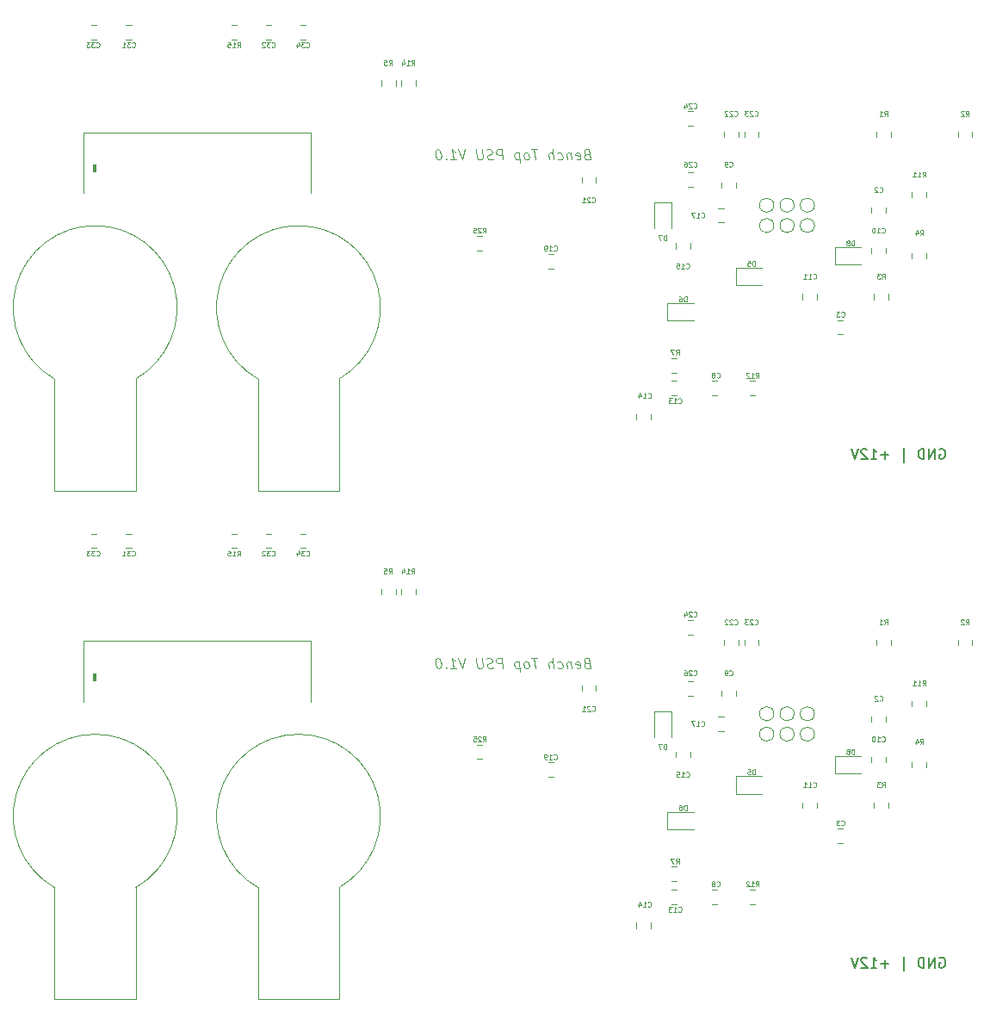
<source format=gbr>
%TF.GenerationSoftware,KiCad,Pcbnew,(5.99.0-3349-gc9824bbd9)*%
%TF.CreationDate,2020-09-17T19:38:13-07:00*%
%TF.ProjectId,Panelized_Power_Supply,50616e65-6c69-47a6-9564-5f506f776572,rev?*%
%TF.SameCoordinates,Original*%
%TF.FileFunction,Legend,Bot*%
%TF.FilePolarity,Positive*%
%FSLAX46Y46*%
G04 Gerber Fmt 4.6, Leading zero omitted, Abs format (unit mm)*
G04 Created by KiCad (PCBNEW (5.99.0-3349-gc9824bbd9)) date 2020-09-17 19:38:13*
%MOMM*%
%LPD*%
G01*
G04 APERTURE LIST*
%ADD10C,0.075000*%
%ADD11C,0.150000*%
%ADD12C,0.100000*%
%ADD13C,0.120000*%
%ADD14C,0.010000*%
%ADD15C,0.050000*%
G04 APERTURE END LIST*
D10*
X70267291Y-76994821D02*
X70130386Y-77042440D01*
X70088720Y-77090059D01*
X70053005Y-77185297D01*
X70070863Y-77328154D01*
X70130386Y-77423392D01*
X70183958Y-77471011D01*
X70285148Y-77518630D01*
X70666101Y-77518630D01*
X70541101Y-76518630D01*
X70207767Y-76518630D01*
X70118482Y-76566250D01*
X70076815Y-76613869D01*
X70041101Y-76709107D01*
X70053005Y-76804345D01*
X70112529Y-76899583D01*
X70166101Y-76947202D01*
X70267291Y-76994821D01*
X70600625Y-76994821D01*
X69279196Y-77471011D02*
X69380386Y-77518630D01*
X69570863Y-77518630D01*
X69660148Y-77471011D01*
X69695863Y-77375773D01*
X69648244Y-76994821D01*
X69588720Y-76899583D01*
X69487529Y-76851964D01*
X69297053Y-76851964D01*
X69207767Y-76899583D01*
X69172053Y-76994821D01*
X69183958Y-77090059D01*
X69672053Y-77185297D01*
X68725625Y-76851964D02*
X68808958Y-77518630D01*
X68737529Y-76947202D02*
X68683958Y-76899583D01*
X68582767Y-76851964D01*
X68439910Y-76851964D01*
X68350625Y-76899583D01*
X68314910Y-76994821D01*
X68380386Y-77518630D01*
X67469672Y-77471011D02*
X67570863Y-77518630D01*
X67761339Y-77518630D01*
X67850625Y-77471011D01*
X67892291Y-77423392D01*
X67928005Y-77328154D01*
X67892291Y-77042440D01*
X67832767Y-76947202D01*
X67779196Y-76899583D01*
X67678005Y-76851964D01*
X67487529Y-76851964D01*
X67398244Y-76899583D01*
X67047053Y-77518630D02*
X66922053Y-76518630D01*
X66618482Y-77518630D02*
X66553005Y-76994821D01*
X66588720Y-76899583D01*
X66678005Y-76851964D01*
X66820863Y-76851964D01*
X66922053Y-76899583D01*
X66975625Y-76947202D01*
X65398244Y-76518630D02*
X64826815Y-76518630D01*
X65237529Y-77518630D02*
X65112529Y-76518630D01*
X64475625Y-77518630D02*
X64564910Y-77471011D01*
X64606577Y-77423392D01*
X64642291Y-77328154D01*
X64606577Y-77042440D01*
X64547053Y-76947202D01*
X64493482Y-76899583D01*
X64392291Y-76851964D01*
X64249434Y-76851964D01*
X64160148Y-76899583D01*
X64118482Y-76947202D01*
X64082767Y-77042440D01*
X64118482Y-77328154D01*
X64178005Y-77423392D01*
X64231577Y-77471011D01*
X64332767Y-77518630D01*
X64475625Y-77518630D01*
X63630386Y-76851964D02*
X63755386Y-77851964D01*
X63636339Y-76899583D02*
X63535148Y-76851964D01*
X63344672Y-76851964D01*
X63255386Y-76899583D01*
X63213720Y-76947202D01*
X63178005Y-77042440D01*
X63213720Y-77328154D01*
X63273244Y-77423392D01*
X63326815Y-77471011D01*
X63428005Y-77518630D01*
X63618482Y-77518630D01*
X63707767Y-77471011D01*
X62047053Y-77518630D02*
X61922053Y-76518630D01*
X61541101Y-76518630D01*
X61451815Y-76566250D01*
X61410148Y-76613869D01*
X61374434Y-76709107D01*
X61392291Y-76851964D01*
X61451815Y-76947202D01*
X61505386Y-76994821D01*
X61606577Y-77042440D01*
X61987529Y-77042440D01*
X61088720Y-77471011D02*
X60951815Y-77518630D01*
X60713720Y-77518630D01*
X60612529Y-77471011D01*
X60558958Y-77423392D01*
X60499434Y-77328154D01*
X60487529Y-77232916D01*
X60523244Y-77137678D01*
X60564910Y-77090059D01*
X60654196Y-77042440D01*
X60838720Y-76994821D01*
X60928005Y-76947202D01*
X60969672Y-76899583D01*
X61005386Y-76804345D01*
X60993482Y-76709107D01*
X60933958Y-76613869D01*
X60880386Y-76566250D01*
X60779196Y-76518630D01*
X60541101Y-76518630D01*
X60404196Y-76566250D01*
X59969672Y-76518630D02*
X60070863Y-77328154D01*
X60035148Y-77423392D01*
X59993482Y-77471011D01*
X59904196Y-77518630D01*
X59713720Y-77518630D01*
X59612529Y-77471011D01*
X59558958Y-77423392D01*
X59499434Y-77328154D01*
X59398244Y-76518630D01*
X58303005Y-76518630D02*
X58094672Y-77518630D01*
X57636339Y-76518630D01*
X56904196Y-77518630D02*
X57475625Y-77518630D01*
X57189910Y-77518630D02*
X57064910Y-76518630D01*
X57178005Y-76661488D01*
X57285148Y-76756726D01*
X57386339Y-76804345D01*
X56463720Y-77423392D02*
X56422053Y-77471011D01*
X56475625Y-77518630D01*
X56517291Y-77471011D01*
X56463720Y-77423392D01*
X56475625Y-77518630D01*
X55683958Y-76518630D02*
X55588720Y-76518630D01*
X55499434Y-76566250D01*
X55457767Y-76613869D01*
X55422053Y-76709107D01*
X55398244Y-76899583D01*
X55428005Y-77137678D01*
X55499434Y-77328154D01*
X55558958Y-77423392D01*
X55612529Y-77471011D01*
X55713720Y-77518630D01*
X55808958Y-77518630D01*
X55898244Y-77471011D01*
X55939910Y-77423392D01*
X55975625Y-77328154D01*
X55999434Y-77137678D01*
X55969672Y-76899583D01*
X55898244Y-76709107D01*
X55838720Y-76613869D01*
X55785148Y-76566250D01*
X55683958Y-76518630D01*
D11*
X105000000Y-106000000D02*
X105095238Y-105952380D01*
X105238095Y-105952380D01*
X105380952Y-106000000D01*
X105476190Y-106095238D01*
X105523809Y-106190476D01*
X105571428Y-106380952D01*
X105571428Y-106523809D01*
X105523809Y-106714285D01*
X105476190Y-106809523D01*
X105380952Y-106904761D01*
X105238095Y-106952380D01*
X105142857Y-106952380D01*
X105000000Y-106904761D01*
X104952380Y-106857142D01*
X104952380Y-106523809D01*
X105142857Y-106523809D01*
X104523809Y-106952380D02*
X104523809Y-105952380D01*
X103952380Y-106952380D01*
X103952380Y-105952380D01*
X103476190Y-106952380D02*
X103476190Y-105952380D01*
X103238095Y-105952380D01*
X103095238Y-106000000D01*
X103000000Y-106095238D01*
X102952380Y-106190476D01*
X102904761Y-106380952D01*
X102904761Y-106523809D01*
X102952380Y-106714285D01*
X103000000Y-106809523D01*
X103095238Y-106904761D01*
X103238095Y-106952380D01*
X103476190Y-106952380D01*
X101476190Y-107285714D02*
X101476190Y-105857142D01*
X100000000Y-106571428D02*
X99238095Y-106571428D01*
X99619047Y-106952380D02*
X99619047Y-106190476D01*
X98238095Y-106952380D02*
X98809523Y-106952380D01*
X98523809Y-106952380D02*
X98523809Y-105952380D01*
X98619047Y-106095238D01*
X98714285Y-106190476D01*
X98809523Y-106238095D01*
X97857142Y-106047619D02*
X97809523Y-106000000D01*
X97714285Y-105952380D01*
X97476190Y-105952380D01*
X97380952Y-106000000D01*
X97333333Y-106047619D01*
X97285714Y-106142857D01*
X97285714Y-106238095D01*
X97333333Y-106380952D01*
X97904761Y-106952380D01*
X97285714Y-106952380D01*
X97000000Y-105952380D02*
X96666666Y-106952380D01*
X96333333Y-105952380D01*
X105000000Y-56000000D02*
X105095238Y-55952380D01*
X105238095Y-55952380D01*
X105380952Y-56000000D01*
X105476190Y-56095238D01*
X105523809Y-56190476D01*
X105571428Y-56380952D01*
X105571428Y-56523809D01*
X105523809Y-56714285D01*
X105476190Y-56809523D01*
X105380952Y-56904761D01*
X105238095Y-56952380D01*
X105142857Y-56952380D01*
X105000000Y-56904761D01*
X104952380Y-56857142D01*
X104952380Y-56523809D01*
X105142857Y-56523809D01*
X104523809Y-56952380D02*
X104523809Y-55952380D01*
X103952380Y-56952380D01*
X103952380Y-55952380D01*
X103476190Y-56952380D02*
X103476190Y-55952380D01*
X103238095Y-55952380D01*
X103095238Y-56000000D01*
X103000000Y-56095238D01*
X102952380Y-56190476D01*
X102904761Y-56380952D01*
X102904761Y-56523809D01*
X102952380Y-56714285D01*
X103000000Y-56809523D01*
X103095238Y-56904761D01*
X103238095Y-56952380D01*
X103476190Y-56952380D01*
X101476190Y-57285714D02*
X101476190Y-55857142D01*
X100000000Y-56571428D02*
X99238095Y-56571428D01*
X99619047Y-56952380D02*
X99619047Y-56190476D01*
X98238095Y-56952380D02*
X98809523Y-56952380D01*
X98523809Y-56952380D02*
X98523809Y-55952380D01*
X98619047Y-56095238D01*
X98714285Y-56190476D01*
X98809523Y-56238095D01*
X97857142Y-56047619D02*
X97809523Y-56000000D01*
X97714285Y-55952380D01*
X97476190Y-55952380D01*
X97380952Y-56000000D01*
X97333333Y-56047619D01*
X97285714Y-56142857D01*
X97285714Y-56238095D01*
X97333333Y-56380952D01*
X97904761Y-56952380D01*
X97285714Y-56952380D01*
X97000000Y-55952380D02*
X96666666Y-56952380D01*
X96333333Y-55952380D01*
D10*
X70267291Y-26994821D02*
X70130386Y-27042440D01*
X70088720Y-27090059D01*
X70053005Y-27185297D01*
X70070863Y-27328154D01*
X70130386Y-27423392D01*
X70183958Y-27471011D01*
X70285148Y-27518630D01*
X70666101Y-27518630D01*
X70541101Y-26518630D01*
X70207767Y-26518630D01*
X70118482Y-26566250D01*
X70076815Y-26613869D01*
X70041101Y-26709107D01*
X70053005Y-26804345D01*
X70112529Y-26899583D01*
X70166101Y-26947202D01*
X70267291Y-26994821D01*
X70600625Y-26994821D01*
X69279196Y-27471011D02*
X69380386Y-27518630D01*
X69570863Y-27518630D01*
X69660148Y-27471011D01*
X69695863Y-27375773D01*
X69648244Y-26994821D01*
X69588720Y-26899583D01*
X69487529Y-26851964D01*
X69297053Y-26851964D01*
X69207767Y-26899583D01*
X69172053Y-26994821D01*
X69183958Y-27090059D01*
X69672053Y-27185297D01*
X68725625Y-26851964D02*
X68808958Y-27518630D01*
X68737529Y-26947202D02*
X68683958Y-26899583D01*
X68582767Y-26851964D01*
X68439910Y-26851964D01*
X68350625Y-26899583D01*
X68314910Y-26994821D01*
X68380386Y-27518630D01*
X67469672Y-27471011D02*
X67570863Y-27518630D01*
X67761339Y-27518630D01*
X67850625Y-27471011D01*
X67892291Y-27423392D01*
X67928005Y-27328154D01*
X67892291Y-27042440D01*
X67832767Y-26947202D01*
X67779196Y-26899583D01*
X67678005Y-26851964D01*
X67487529Y-26851964D01*
X67398244Y-26899583D01*
X67047053Y-27518630D02*
X66922053Y-26518630D01*
X66618482Y-27518630D02*
X66553005Y-26994821D01*
X66588720Y-26899583D01*
X66678005Y-26851964D01*
X66820863Y-26851964D01*
X66922053Y-26899583D01*
X66975625Y-26947202D01*
X65398244Y-26518630D02*
X64826815Y-26518630D01*
X65237529Y-27518630D02*
X65112529Y-26518630D01*
X64475625Y-27518630D02*
X64564910Y-27471011D01*
X64606577Y-27423392D01*
X64642291Y-27328154D01*
X64606577Y-27042440D01*
X64547053Y-26947202D01*
X64493482Y-26899583D01*
X64392291Y-26851964D01*
X64249434Y-26851964D01*
X64160148Y-26899583D01*
X64118482Y-26947202D01*
X64082767Y-27042440D01*
X64118482Y-27328154D01*
X64178005Y-27423392D01*
X64231577Y-27471011D01*
X64332767Y-27518630D01*
X64475625Y-27518630D01*
X63630386Y-26851964D02*
X63755386Y-27851964D01*
X63636339Y-26899583D02*
X63535148Y-26851964D01*
X63344672Y-26851964D01*
X63255386Y-26899583D01*
X63213720Y-26947202D01*
X63178005Y-27042440D01*
X63213720Y-27328154D01*
X63273244Y-27423392D01*
X63326815Y-27471011D01*
X63428005Y-27518630D01*
X63618482Y-27518630D01*
X63707767Y-27471011D01*
X62047053Y-27518630D02*
X61922053Y-26518630D01*
X61541101Y-26518630D01*
X61451815Y-26566250D01*
X61410148Y-26613869D01*
X61374434Y-26709107D01*
X61392291Y-26851964D01*
X61451815Y-26947202D01*
X61505386Y-26994821D01*
X61606577Y-27042440D01*
X61987529Y-27042440D01*
X61088720Y-27471011D02*
X60951815Y-27518630D01*
X60713720Y-27518630D01*
X60612529Y-27471011D01*
X60558958Y-27423392D01*
X60499434Y-27328154D01*
X60487529Y-27232916D01*
X60523244Y-27137678D01*
X60564910Y-27090059D01*
X60654196Y-27042440D01*
X60838720Y-26994821D01*
X60928005Y-26947202D01*
X60969672Y-26899583D01*
X61005386Y-26804345D01*
X60993482Y-26709107D01*
X60933958Y-26613869D01*
X60880386Y-26566250D01*
X60779196Y-26518630D01*
X60541101Y-26518630D01*
X60404196Y-26566250D01*
X59969672Y-26518630D02*
X60070863Y-27328154D01*
X60035148Y-27423392D01*
X59993482Y-27471011D01*
X59904196Y-27518630D01*
X59713720Y-27518630D01*
X59612529Y-27471011D01*
X59558958Y-27423392D01*
X59499434Y-27328154D01*
X59398244Y-26518630D01*
X58303005Y-26518630D02*
X58094672Y-27518630D01*
X57636339Y-26518630D01*
X56904196Y-27518630D02*
X57475625Y-27518630D01*
X57189910Y-27518630D02*
X57064910Y-26518630D01*
X57178005Y-26661488D01*
X57285148Y-26756726D01*
X57386339Y-26804345D01*
X56463720Y-27423392D02*
X56422053Y-27471011D01*
X56475625Y-27518630D01*
X56517291Y-27471011D01*
X56463720Y-27423392D01*
X56475625Y-27518630D01*
X55683958Y-26518630D02*
X55588720Y-26518630D01*
X55499434Y-26566250D01*
X55457767Y-26613869D01*
X55422053Y-26709107D01*
X55398244Y-26899583D01*
X55428005Y-27137678D01*
X55499434Y-27328154D01*
X55558958Y-27423392D01*
X55612529Y-27471011D01*
X55713720Y-27518630D01*
X55808958Y-27518630D01*
X55898244Y-27471011D01*
X55939910Y-27423392D01*
X55975625Y-27328154D01*
X55999434Y-27137678D01*
X55969672Y-26899583D01*
X55898244Y-26709107D01*
X55838720Y-26613869D01*
X55785148Y-26566250D01*
X55683958Y-26518630D01*
D12*
%TO.C,C9*%
X84333333Y-78178571D02*
X84357142Y-78202380D01*
X84428571Y-78226190D01*
X84476190Y-78226190D01*
X84547619Y-78202380D01*
X84595238Y-78154761D01*
X84619047Y-78107142D01*
X84642857Y-78011904D01*
X84642857Y-77940476D01*
X84619047Y-77845238D01*
X84595238Y-77797619D01*
X84547619Y-77750000D01*
X84476190Y-77726190D01*
X84428571Y-77726190D01*
X84357142Y-77750000D01*
X84333333Y-77773809D01*
X84095238Y-78226190D02*
X84000000Y-78226190D01*
X83952380Y-78202380D01*
X83928571Y-78178571D01*
X83880952Y-78107142D01*
X83857142Y-78011904D01*
X83857142Y-77821428D01*
X83880952Y-77773809D01*
X83904761Y-77750000D01*
X83952380Y-77726190D01*
X84047619Y-77726190D01*
X84095238Y-77750000D01*
X84119047Y-77773809D01*
X84142857Y-77821428D01*
X84142857Y-77940476D01*
X84119047Y-77988095D01*
X84095238Y-78011904D01*
X84047619Y-78035714D01*
X83952380Y-78035714D01*
X83904761Y-78011904D01*
X83880952Y-77988095D01*
X83857142Y-77940476D01*
%TO.C,C23*%
X86821428Y-73178571D02*
X86845238Y-73202380D01*
X86916666Y-73226190D01*
X86964285Y-73226190D01*
X87035714Y-73202380D01*
X87083333Y-73154761D01*
X87107142Y-73107142D01*
X87130952Y-73011904D01*
X87130952Y-72940476D01*
X87107142Y-72845238D01*
X87083333Y-72797619D01*
X87035714Y-72750000D01*
X86964285Y-72726190D01*
X86916666Y-72726190D01*
X86845238Y-72750000D01*
X86821428Y-72773809D01*
X86630952Y-72773809D02*
X86607142Y-72750000D01*
X86559523Y-72726190D01*
X86440476Y-72726190D01*
X86392857Y-72750000D01*
X86369047Y-72773809D01*
X86345238Y-72821428D01*
X86345238Y-72869047D01*
X86369047Y-72940476D01*
X86654761Y-73226190D01*
X86345238Y-73226190D01*
X86178571Y-72726190D02*
X85869047Y-72726190D01*
X86035714Y-72916666D01*
X85964285Y-72916666D01*
X85916666Y-72940476D01*
X85892857Y-72964285D01*
X85869047Y-73011904D01*
X85869047Y-73130952D01*
X85892857Y-73178571D01*
X85916666Y-73202380D01*
X85964285Y-73226190D01*
X86107142Y-73226190D01*
X86154761Y-73202380D01*
X86178571Y-73178571D01*
%TO.C,C11*%
X92571428Y-89178571D02*
X92595238Y-89202380D01*
X92666666Y-89226190D01*
X92714285Y-89226190D01*
X92785714Y-89202380D01*
X92833333Y-89154761D01*
X92857142Y-89107142D01*
X92880952Y-89011904D01*
X92880952Y-88940476D01*
X92857142Y-88845238D01*
X92833333Y-88797619D01*
X92785714Y-88750000D01*
X92714285Y-88726190D01*
X92666666Y-88726190D01*
X92595238Y-88750000D01*
X92571428Y-88773809D01*
X92095238Y-89226190D02*
X92380952Y-89226190D01*
X92238095Y-89226190D02*
X92238095Y-88726190D01*
X92285714Y-88797619D01*
X92333333Y-88845238D01*
X92380952Y-88869047D01*
X91619047Y-89226190D02*
X91904761Y-89226190D01*
X91761904Y-89226190D02*
X91761904Y-88726190D01*
X91809523Y-88797619D01*
X91857142Y-88845238D01*
X91904761Y-88869047D01*
%TO.C,C17*%
X81571428Y-83178571D02*
X81595238Y-83202380D01*
X81666666Y-83226190D01*
X81714285Y-83226190D01*
X81785714Y-83202380D01*
X81833333Y-83154761D01*
X81857142Y-83107142D01*
X81880952Y-83011904D01*
X81880952Y-82940476D01*
X81857142Y-82845238D01*
X81833333Y-82797619D01*
X81785714Y-82750000D01*
X81714285Y-82726190D01*
X81666666Y-82726190D01*
X81595238Y-82750000D01*
X81571428Y-82773809D01*
X81095238Y-83226190D02*
X81380952Y-83226190D01*
X81238095Y-83226190D02*
X81238095Y-82726190D01*
X81285714Y-82797619D01*
X81333333Y-82845238D01*
X81380952Y-82869047D01*
X80928571Y-82726190D02*
X80595238Y-82726190D01*
X80809523Y-83226190D01*
%TO.C,C26*%
X80821428Y-78178571D02*
X80845238Y-78202380D01*
X80916666Y-78226190D01*
X80964285Y-78226190D01*
X81035714Y-78202380D01*
X81083333Y-78154761D01*
X81107142Y-78107142D01*
X81130952Y-78011904D01*
X81130952Y-77940476D01*
X81107142Y-77845238D01*
X81083333Y-77797619D01*
X81035714Y-77750000D01*
X80964285Y-77726190D01*
X80916666Y-77726190D01*
X80845238Y-77750000D01*
X80821428Y-77773809D01*
X80630952Y-77773809D02*
X80607142Y-77750000D01*
X80559523Y-77726190D01*
X80440476Y-77726190D01*
X80392857Y-77750000D01*
X80369047Y-77773809D01*
X80345238Y-77821428D01*
X80345238Y-77869047D01*
X80369047Y-77940476D01*
X80654761Y-78226190D01*
X80345238Y-78226190D01*
X79916666Y-77726190D02*
X80011904Y-77726190D01*
X80059523Y-77750000D01*
X80083333Y-77773809D01*
X80130952Y-77845238D01*
X80154761Y-77940476D01*
X80154761Y-78130952D01*
X80130952Y-78178571D01*
X80107142Y-78202380D01*
X80059523Y-78226190D01*
X79964285Y-78226190D01*
X79916666Y-78202380D01*
X79892857Y-78178571D01*
X79869047Y-78130952D01*
X79869047Y-78011904D01*
X79892857Y-77964285D01*
X79916666Y-77940476D01*
X79964285Y-77916666D01*
X80059523Y-77916666D01*
X80107142Y-77940476D01*
X80130952Y-77964285D01*
X80154761Y-78011904D01*
%TO.C,R7*%
X79083333Y-96726190D02*
X79250000Y-96488095D01*
X79369047Y-96726190D02*
X79369047Y-96226190D01*
X79178571Y-96226190D01*
X79130952Y-96250000D01*
X79107142Y-96273809D01*
X79083333Y-96321428D01*
X79083333Y-96392857D01*
X79107142Y-96440476D01*
X79130952Y-96464285D01*
X79178571Y-96488095D01*
X79369047Y-96488095D01*
X78916666Y-96226190D02*
X78583333Y-96226190D01*
X78797619Y-96726190D01*
%TO.C,R15*%
X35921428Y-66476190D02*
X36088095Y-66238095D01*
X36207142Y-66476190D02*
X36207142Y-65976190D01*
X36016666Y-65976190D01*
X35969047Y-66000000D01*
X35945238Y-66023809D01*
X35921428Y-66071428D01*
X35921428Y-66142857D01*
X35945238Y-66190476D01*
X35969047Y-66214285D01*
X36016666Y-66238095D01*
X36207142Y-66238095D01*
X35445238Y-66476190D02*
X35730952Y-66476190D01*
X35588095Y-66476190D02*
X35588095Y-65976190D01*
X35635714Y-66047619D01*
X35683333Y-66095238D01*
X35730952Y-66119047D01*
X34992857Y-65976190D02*
X35230952Y-65976190D01*
X35254761Y-66214285D01*
X35230952Y-66190476D01*
X35183333Y-66166666D01*
X35064285Y-66166666D01*
X35016666Y-66190476D01*
X34992857Y-66214285D01*
X34969047Y-66261904D01*
X34969047Y-66380952D01*
X34992857Y-66428571D01*
X35016666Y-66452380D01*
X35064285Y-66476190D01*
X35183333Y-66476190D01*
X35230952Y-66452380D01*
X35254761Y-66428571D01*
%TO.C,D7*%
X78119047Y-85476190D02*
X78119047Y-84976190D01*
X78000000Y-84976190D01*
X77928571Y-85000000D01*
X77880952Y-85047619D01*
X77857142Y-85095238D01*
X77833333Y-85190476D01*
X77833333Y-85261904D01*
X77857142Y-85357142D01*
X77880952Y-85404761D01*
X77928571Y-85452380D01*
X78000000Y-85476190D01*
X78119047Y-85476190D01*
X77666666Y-84976190D02*
X77333333Y-84976190D01*
X77547619Y-85476190D01*
%TO.C,C24*%
X80821428Y-72428571D02*
X80845238Y-72452380D01*
X80916666Y-72476190D01*
X80964285Y-72476190D01*
X81035714Y-72452380D01*
X81083333Y-72404761D01*
X81107142Y-72357142D01*
X81130952Y-72261904D01*
X81130952Y-72190476D01*
X81107142Y-72095238D01*
X81083333Y-72047619D01*
X81035714Y-72000000D01*
X80964285Y-71976190D01*
X80916666Y-71976190D01*
X80845238Y-72000000D01*
X80821428Y-72023809D01*
X80630952Y-72023809D02*
X80607142Y-72000000D01*
X80559523Y-71976190D01*
X80440476Y-71976190D01*
X80392857Y-72000000D01*
X80369047Y-72023809D01*
X80345238Y-72071428D01*
X80345238Y-72119047D01*
X80369047Y-72190476D01*
X80654761Y-72476190D01*
X80345238Y-72476190D01*
X79916666Y-72142857D02*
X79916666Y-72476190D01*
X80035714Y-71952380D02*
X80154761Y-72309523D01*
X79845238Y-72309523D01*
%TO.C,C19*%
X67071428Y-86428571D02*
X67095238Y-86452380D01*
X67166666Y-86476190D01*
X67214285Y-86476190D01*
X67285714Y-86452380D01*
X67333333Y-86404761D01*
X67357142Y-86357142D01*
X67380952Y-86261904D01*
X67380952Y-86190476D01*
X67357142Y-86095238D01*
X67333333Y-86047619D01*
X67285714Y-86000000D01*
X67214285Y-85976190D01*
X67166666Y-85976190D01*
X67095238Y-86000000D01*
X67071428Y-86023809D01*
X66595238Y-86476190D02*
X66880952Y-86476190D01*
X66738095Y-86476190D02*
X66738095Y-85976190D01*
X66785714Y-86047619D01*
X66833333Y-86095238D01*
X66880952Y-86119047D01*
X66357142Y-86476190D02*
X66261904Y-86476190D01*
X66214285Y-86452380D01*
X66190476Y-86428571D01*
X66142857Y-86357142D01*
X66119047Y-86261904D01*
X66119047Y-86071428D01*
X66142857Y-86023809D01*
X66166666Y-86000000D01*
X66214285Y-85976190D01*
X66309523Y-85976190D01*
X66357142Y-86000000D01*
X66380952Y-86023809D01*
X66404761Y-86071428D01*
X66404761Y-86190476D01*
X66380952Y-86238095D01*
X66357142Y-86261904D01*
X66309523Y-86285714D01*
X66214285Y-86285714D01*
X66166666Y-86261904D01*
X66142857Y-86238095D01*
X66119047Y-86190476D01*
%TO.C,C21*%
X70821428Y-81678571D02*
X70845238Y-81702380D01*
X70916666Y-81726190D01*
X70964285Y-81726190D01*
X71035714Y-81702380D01*
X71083333Y-81654761D01*
X71107142Y-81607142D01*
X71130952Y-81511904D01*
X71130952Y-81440476D01*
X71107142Y-81345238D01*
X71083333Y-81297619D01*
X71035714Y-81250000D01*
X70964285Y-81226190D01*
X70916666Y-81226190D01*
X70845238Y-81250000D01*
X70821428Y-81273809D01*
X70630952Y-81273809D02*
X70607142Y-81250000D01*
X70559523Y-81226190D01*
X70440476Y-81226190D01*
X70392857Y-81250000D01*
X70369047Y-81273809D01*
X70345238Y-81321428D01*
X70345238Y-81369047D01*
X70369047Y-81440476D01*
X70654761Y-81726190D01*
X70345238Y-81726190D01*
X69869047Y-81726190D02*
X70154761Y-81726190D01*
X70011904Y-81726190D02*
X70011904Y-81226190D01*
X70059523Y-81297619D01*
X70107142Y-81345238D01*
X70154761Y-81369047D01*
%TO.C,R1*%
X99583333Y-73226190D02*
X99750000Y-72988095D01*
X99869047Y-73226190D02*
X99869047Y-72726190D01*
X99678571Y-72726190D01*
X99630952Y-72750000D01*
X99607142Y-72773809D01*
X99583333Y-72821428D01*
X99583333Y-72892857D01*
X99607142Y-72940476D01*
X99630952Y-72964285D01*
X99678571Y-72988095D01*
X99869047Y-72988095D01*
X99107142Y-73226190D02*
X99392857Y-73226190D01*
X99250000Y-73226190D02*
X99250000Y-72726190D01*
X99297619Y-72797619D01*
X99345238Y-72845238D01*
X99392857Y-72869047D01*
%TO.C,C13*%
X79321428Y-101428571D02*
X79345238Y-101452380D01*
X79416666Y-101476190D01*
X79464285Y-101476190D01*
X79535714Y-101452380D01*
X79583333Y-101404761D01*
X79607142Y-101357142D01*
X79630952Y-101261904D01*
X79630952Y-101190476D01*
X79607142Y-101095238D01*
X79583333Y-101047619D01*
X79535714Y-101000000D01*
X79464285Y-100976190D01*
X79416666Y-100976190D01*
X79345238Y-101000000D01*
X79321428Y-101023809D01*
X78845238Y-101476190D02*
X79130952Y-101476190D01*
X78988095Y-101476190D02*
X78988095Y-100976190D01*
X79035714Y-101047619D01*
X79083333Y-101095238D01*
X79130952Y-101119047D01*
X78678571Y-100976190D02*
X78369047Y-100976190D01*
X78535714Y-101166666D01*
X78464285Y-101166666D01*
X78416666Y-101190476D01*
X78392857Y-101214285D01*
X78369047Y-101261904D01*
X78369047Y-101380952D01*
X78392857Y-101428571D01*
X78416666Y-101452380D01*
X78464285Y-101476190D01*
X78607142Y-101476190D01*
X78654761Y-101452380D01*
X78678571Y-101428571D01*
%TO.C,C22*%
X84821428Y-73178571D02*
X84845238Y-73202380D01*
X84916666Y-73226190D01*
X84964285Y-73226190D01*
X85035714Y-73202380D01*
X85083333Y-73154761D01*
X85107142Y-73107142D01*
X85130952Y-73011904D01*
X85130952Y-72940476D01*
X85107142Y-72845238D01*
X85083333Y-72797619D01*
X85035714Y-72750000D01*
X84964285Y-72726190D01*
X84916666Y-72726190D01*
X84845238Y-72750000D01*
X84821428Y-72773809D01*
X84630952Y-72773809D02*
X84607142Y-72750000D01*
X84559523Y-72726190D01*
X84440476Y-72726190D01*
X84392857Y-72750000D01*
X84369047Y-72773809D01*
X84345238Y-72821428D01*
X84345238Y-72869047D01*
X84369047Y-72940476D01*
X84654761Y-73226190D01*
X84345238Y-73226190D01*
X84154761Y-72773809D02*
X84130952Y-72750000D01*
X84083333Y-72726190D01*
X83964285Y-72726190D01*
X83916666Y-72750000D01*
X83892857Y-72773809D01*
X83869047Y-72821428D01*
X83869047Y-72869047D01*
X83892857Y-72940476D01*
X84178571Y-73226190D01*
X83869047Y-73226190D01*
%TO.C,C33*%
X22071428Y-66428571D02*
X22095238Y-66452380D01*
X22166666Y-66476190D01*
X22214285Y-66476190D01*
X22285714Y-66452380D01*
X22333333Y-66404761D01*
X22357142Y-66357142D01*
X22380952Y-66261904D01*
X22380952Y-66190476D01*
X22357142Y-66095238D01*
X22333333Y-66047619D01*
X22285714Y-66000000D01*
X22214285Y-65976190D01*
X22166666Y-65976190D01*
X22095238Y-66000000D01*
X22071428Y-66023809D01*
X21904761Y-65976190D02*
X21595238Y-65976190D01*
X21761904Y-66166666D01*
X21690476Y-66166666D01*
X21642857Y-66190476D01*
X21619047Y-66214285D01*
X21595238Y-66261904D01*
X21595238Y-66380952D01*
X21619047Y-66428571D01*
X21642857Y-66452380D01*
X21690476Y-66476190D01*
X21833333Y-66476190D01*
X21880952Y-66452380D01*
X21904761Y-66428571D01*
X21428571Y-65976190D02*
X21119047Y-65976190D01*
X21285714Y-66166666D01*
X21214285Y-66166666D01*
X21166666Y-66190476D01*
X21142857Y-66214285D01*
X21119047Y-66261904D01*
X21119047Y-66380952D01*
X21142857Y-66428571D01*
X21166666Y-66452380D01*
X21214285Y-66476190D01*
X21357142Y-66476190D01*
X21404761Y-66452380D01*
X21428571Y-66428571D01*
%TO.C,R12*%
X86941428Y-98976190D02*
X87108095Y-98738095D01*
X87227142Y-98976190D02*
X87227142Y-98476190D01*
X87036666Y-98476190D01*
X86989047Y-98500000D01*
X86965238Y-98523809D01*
X86941428Y-98571428D01*
X86941428Y-98642857D01*
X86965238Y-98690476D01*
X86989047Y-98714285D01*
X87036666Y-98738095D01*
X87227142Y-98738095D01*
X86465238Y-98976190D02*
X86750952Y-98976190D01*
X86608095Y-98976190D02*
X86608095Y-98476190D01*
X86655714Y-98547619D01*
X86703333Y-98595238D01*
X86750952Y-98619047D01*
X86274761Y-98523809D02*
X86250952Y-98500000D01*
X86203333Y-98476190D01*
X86084285Y-98476190D01*
X86036666Y-98500000D01*
X86012857Y-98523809D01*
X85989047Y-98571428D01*
X85989047Y-98619047D01*
X86012857Y-98690476D01*
X86298571Y-98976190D01*
X85989047Y-98976190D01*
%TO.C,R3*%
X99333333Y-89226190D02*
X99500000Y-88988095D01*
X99619047Y-89226190D02*
X99619047Y-88726190D01*
X99428571Y-88726190D01*
X99380952Y-88750000D01*
X99357142Y-88773809D01*
X99333333Y-88821428D01*
X99333333Y-88892857D01*
X99357142Y-88940476D01*
X99380952Y-88964285D01*
X99428571Y-88988095D01*
X99619047Y-88988095D01*
X99166666Y-88726190D02*
X98857142Y-88726190D01*
X99023809Y-88916666D01*
X98952380Y-88916666D01*
X98904761Y-88940476D01*
X98880952Y-88964285D01*
X98857142Y-89011904D01*
X98857142Y-89130952D01*
X98880952Y-89178571D01*
X98904761Y-89202380D01*
X98952380Y-89226190D01*
X99095238Y-89226190D01*
X99142857Y-89202380D01*
X99166666Y-89178571D01*
%TO.C,R2*%
X107583333Y-73226190D02*
X107750000Y-72988095D01*
X107869047Y-73226190D02*
X107869047Y-72726190D01*
X107678571Y-72726190D01*
X107630952Y-72750000D01*
X107607142Y-72773809D01*
X107583333Y-72821428D01*
X107583333Y-72892857D01*
X107607142Y-72940476D01*
X107630952Y-72964285D01*
X107678571Y-72988095D01*
X107869047Y-72988095D01*
X107392857Y-72773809D02*
X107369047Y-72750000D01*
X107321428Y-72726190D01*
X107202380Y-72726190D01*
X107154761Y-72750000D01*
X107130952Y-72773809D01*
X107107142Y-72821428D01*
X107107142Y-72869047D01*
X107130952Y-72940476D01*
X107416666Y-73226190D01*
X107107142Y-73226190D01*
%TO.C,C14*%
X76321428Y-100928571D02*
X76345238Y-100952380D01*
X76416666Y-100976190D01*
X76464285Y-100976190D01*
X76535714Y-100952380D01*
X76583333Y-100904761D01*
X76607142Y-100857142D01*
X76630952Y-100761904D01*
X76630952Y-100690476D01*
X76607142Y-100595238D01*
X76583333Y-100547619D01*
X76535714Y-100500000D01*
X76464285Y-100476190D01*
X76416666Y-100476190D01*
X76345238Y-100500000D01*
X76321428Y-100523809D01*
X75845238Y-100976190D02*
X76130952Y-100976190D01*
X75988095Y-100976190D02*
X75988095Y-100476190D01*
X76035714Y-100547619D01*
X76083333Y-100595238D01*
X76130952Y-100619047D01*
X75416666Y-100642857D02*
X75416666Y-100976190D01*
X75535714Y-100452380D02*
X75654761Y-100809523D01*
X75345238Y-100809523D01*
%TO.C,R5*%
X50833333Y-68226190D02*
X51000000Y-67988095D01*
X51119047Y-68226190D02*
X51119047Y-67726190D01*
X50928571Y-67726190D01*
X50880952Y-67750000D01*
X50857142Y-67773809D01*
X50833333Y-67821428D01*
X50833333Y-67892857D01*
X50857142Y-67940476D01*
X50880952Y-67964285D01*
X50928571Y-67988095D01*
X51119047Y-67988095D01*
X50380952Y-67726190D02*
X50619047Y-67726190D01*
X50642857Y-67964285D01*
X50619047Y-67940476D01*
X50571428Y-67916666D01*
X50452380Y-67916666D01*
X50404761Y-67940476D01*
X50380952Y-67964285D01*
X50357142Y-68011904D01*
X50357142Y-68130952D01*
X50380952Y-68178571D01*
X50404761Y-68202380D01*
X50452380Y-68226190D01*
X50571428Y-68226190D01*
X50619047Y-68202380D01*
X50642857Y-68178571D01*
%TO.C,C10*%
X99321428Y-84678571D02*
X99345238Y-84702380D01*
X99416666Y-84726190D01*
X99464285Y-84726190D01*
X99535714Y-84702380D01*
X99583333Y-84654761D01*
X99607142Y-84607142D01*
X99630952Y-84511904D01*
X99630952Y-84440476D01*
X99607142Y-84345238D01*
X99583333Y-84297619D01*
X99535714Y-84250000D01*
X99464285Y-84226190D01*
X99416666Y-84226190D01*
X99345238Y-84250000D01*
X99321428Y-84273809D01*
X98845238Y-84726190D02*
X99130952Y-84726190D01*
X98988095Y-84726190D02*
X98988095Y-84226190D01*
X99035714Y-84297619D01*
X99083333Y-84345238D01*
X99130952Y-84369047D01*
X98535714Y-84226190D02*
X98488095Y-84226190D01*
X98440476Y-84250000D01*
X98416666Y-84273809D01*
X98392857Y-84321428D01*
X98369047Y-84416666D01*
X98369047Y-84535714D01*
X98392857Y-84630952D01*
X98416666Y-84678571D01*
X98440476Y-84702380D01*
X98488095Y-84726190D01*
X98535714Y-84726190D01*
X98583333Y-84702380D01*
X98607142Y-84678571D01*
X98630952Y-84630952D01*
X98654761Y-84535714D01*
X98654761Y-84416666D01*
X98630952Y-84321428D01*
X98607142Y-84273809D01*
X98583333Y-84250000D01*
X98535714Y-84226190D01*
%TO.C,C31*%
X25571428Y-66428571D02*
X25595238Y-66452380D01*
X25666666Y-66476190D01*
X25714285Y-66476190D01*
X25785714Y-66452380D01*
X25833333Y-66404761D01*
X25857142Y-66357142D01*
X25880952Y-66261904D01*
X25880952Y-66190476D01*
X25857142Y-66095238D01*
X25833333Y-66047619D01*
X25785714Y-66000000D01*
X25714285Y-65976190D01*
X25666666Y-65976190D01*
X25595238Y-66000000D01*
X25571428Y-66023809D01*
X25404761Y-65976190D02*
X25095238Y-65976190D01*
X25261904Y-66166666D01*
X25190476Y-66166666D01*
X25142857Y-66190476D01*
X25119047Y-66214285D01*
X25095238Y-66261904D01*
X25095238Y-66380952D01*
X25119047Y-66428571D01*
X25142857Y-66452380D01*
X25190476Y-66476190D01*
X25333333Y-66476190D01*
X25380952Y-66452380D01*
X25404761Y-66428571D01*
X24619047Y-66476190D02*
X24904761Y-66476190D01*
X24761904Y-66476190D02*
X24761904Y-65976190D01*
X24809523Y-66047619D01*
X24857142Y-66095238D01*
X24904761Y-66119047D01*
%TO.C,C15*%
X80071428Y-88178571D02*
X80095238Y-88202380D01*
X80166666Y-88226190D01*
X80214285Y-88226190D01*
X80285714Y-88202380D01*
X80333333Y-88154761D01*
X80357142Y-88107142D01*
X80380952Y-88011904D01*
X80380952Y-87940476D01*
X80357142Y-87845238D01*
X80333333Y-87797619D01*
X80285714Y-87750000D01*
X80214285Y-87726190D01*
X80166666Y-87726190D01*
X80095238Y-87750000D01*
X80071428Y-87773809D01*
X79595238Y-88226190D02*
X79880952Y-88226190D01*
X79738095Y-88226190D02*
X79738095Y-87726190D01*
X79785714Y-87797619D01*
X79833333Y-87845238D01*
X79880952Y-87869047D01*
X79142857Y-87726190D02*
X79380952Y-87726190D01*
X79404761Y-87964285D01*
X79380952Y-87940476D01*
X79333333Y-87916666D01*
X79214285Y-87916666D01*
X79166666Y-87940476D01*
X79142857Y-87964285D01*
X79119047Y-88011904D01*
X79119047Y-88130952D01*
X79142857Y-88178571D01*
X79166666Y-88202380D01*
X79214285Y-88226190D01*
X79333333Y-88226190D01*
X79380952Y-88202380D01*
X79404761Y-88178571D01*
%TO.C,C3*%
X95333333Y-92928571D02*
X95357142Y-92952380D01*
X95428571Y-92976190D01*
X95476190Y-92976190D01*
X95547619Y-92952380D01*
X95595238Y-92904761D01*
X95619047Y-92857142D01*
X95642857Y-92761904D01*
X95642857Y-92690476D01*
X95619047Y-92595238D01*
X95595238Y-92547619D01*
X95547619Y-92500000D01*
X95476190Y-92476190D01*
X95428571Y-92476190D01*
X95357142Y-92500000D01*
X95333333Y-92523809D01*
X95166666Y-92476190D02*
X94857142Y-92476190D01*
X95023809Y-92666666D01*
X94952380Y-92666666D01*
X94904761Y-92690476D01*
X94880952Y-92714285D01*
X94857142Y-92761904D01*
X94857142Y-92880952D01*
X94880952Y-92928571D01*
X94904761Y-92952380D01*
X94952380Y-92976190D01*
X95095238Y-92976190D01*
X95142857Y-92952380D01*
X95166666Y-92928571D01*
%TO.C,C2*%
X99083333Y-80678571D02*
X99107142Y-80702380D01*
X99178571Y-80726190D01*
X99226190Y-80726190D01*
X99297619Y-80702380D01*
X99345238Y-80654761D01*
X99369047Y-80607142D01*
X99392857Y-80511904D01*
X99392857Y-80440476D01*
X99369047Y-80345238D01*
X99345238Y-80297619D01*
X99297619Y-80250000D01*
X99226190Y-80226190D01*
X99178571Y-80226190D01*
X99107142Y-80250000D01*
X99083333Y-80273809D01*
X98892857Y-80273809D02*
X98869047Y-80250000D01*
X98821428Y-80226190D01*
X98702380Y-80226190D01*
X98654761Y-80250000D01*
X98630952Y-80273809D01*
X98607142Y-80321428D01*
X98607142Y-80369047D01*
X98630952Y-80440476D01*
X98916666Y-80726190D01*
X98607142Y-80726190D01*
%TO.C,C8*%
X83083333Y-98928571D02*
X83107142Y-98952380D01*
X83178571Y-98976190D01*
X83226190Y-98976190D01*
X83297619Y-98952380D01*
X83345238Y-98904761D01*
X83369047Y-98857142D01*
X83392857Y-98761904D01*
X83392857Y-98690476D01*
X83369047Y-98595238D01*
X83345238Y-98547619D01*
X83297619Y-98500000D01*
X83226190Y-98476190D01*
X83178571Y-98476190D01*
X83107142Y-98500000D01*
X83083333Y-98523809D01*
X82797619Y-98690476D02*
X82845238Y-98666666D01*
X82869047Y-98642857D01*
X82892857Y-98595238D01*
X82892857Y-98571428D01*
X82869047Y-98523809D01*
X82845238Y-98500000D01*
X82797619Y-98476190D01*
X82702380Y-98476190D01*
X82654761Y-98500000D01*
X82630952Y-98523809D01*
X82607142Y-98571428D01*
X82607142Y-98595238D01*
X82630952Y-98642857D01*
X82654761Y-98666666D01*
X82702380Y-98690476D01*
X82797619Y-98690476D01*
X82845238Y-98714285D01*
X82869047Y-98738095D01*
X82892857Y-98785714D01*
X82892857Y-98880952D01*
X82869047Y-98928571D01*
X82845238Y-98952380D01*
X82797619Y-98976190D01*
X82702380Y-98976190D01*
X82654761Y-98952380D01*
X82630952Y-98928571D01*
X82607142Y-98880952D01*
X82607142Y-98785714D01*
X82630952Y-98738095D01*
X82654761Y-98714285D01*
X82702380Y-98690476D01*
%TO.C,C32*%
X39321428Y-66428571D02*
X39345238Y-66452380D01*
X39416666Y-66476190D01*
X39464285Y-66476190D01*
X39535714Y-66452380D01*
X39583333Y-66404761D01*
X39607142Y-66357142D01*
X39630952Y-66261904D01*
X39630952Y-66190476D01*
X39607142Y-66095238D01*
X39583333Y-66047619D01*
X39535714Y-66000000D01*
X39464285Y-65976190D01*
X39416666Y-65976190D01*
X39345238Y-66000000D01*
X39321428Y-66023809D01*
X39154761Y-65976190D02*
X38845238Y-65976190D01*
X39011904Y-66166666D01*
X38940476Y-66166666D01*
X38892857Y-66190476D01*
X38869047Y-66214285D01*
X38845238Y-66261904D01*
X38845238Y-66380952D01*
X38869047Y-66428571D01*
X38892857Y-66452380D01*
X38940476Y-66476190D01*
X39083333Y-66476190D01*
X39130952Y-66452380D01*
X39154761Y-66428571D01*
X38654761Y-66023809D02*
X38630952Y-66000000D01*
X38583333Y-65976190D01*
X38464285Y-65976190D01*
X38416666Y-66000000D01*
X38392857Y-66023809D01*
X38369047Y-66071428D01*
X38369047Y-66119047D01*
X38392857Y-66190476D01*
X38678571Y-66476190D01*
X38369047Y-66476190D01*
%TO.C,D8*%
X96619047Y-85976190D02*
X96619047Y-85476190D01*
X96500000Y-85476190D01*
X96428571Y-85500000D01*
X96380952Y-85547619D01*
X96357142Y-85595238D01*
X96333333Y-85690476D01*
X96333333Y-85761904D01*
X96357142Y-85857142D01*
X96380952Y-85904761D01*
X96428571Y-85952380D01*
X96500000Y-85976190D01*
X96619047Y-85976190D01*
X96047619Y-85690476D02*
X96095238Y-85666666D01*
X96119047Y-85642857D01*
X96142857Y-85595238D01*
X96142857Y-85571428D01*
X96119047Y-85523809D01*
X96095238Y-85500000D01*
X96047619Y-85476190D01*
X95952380Y-85476190D01*
X95904761Y-85500000D01*
X95880952Y-85523809D01*
X95857142Y-85571428D01*
X95857142Y-85595238D01*
X95880952Y-85642857D01*
X95904761Y-85666666D01*
X95952380Y-85690476D01*
X96047619Y-85690476D01*
X96095238Y-85714285D01*
X96119047Y-85738095D01*
X96142857Y-85785714D01*
X96142857Y-85880952D01*
X96119047Y-85928571D01*
X96095238Y-85952380D01*
X96047619Y-85976190D01*
X95952380Y-85976190D01*
X95904761Y-85952380D01*
X95880952Y-85928571D01*
X95857142Y-85880952D01*
X95857142Y-85785714D01*
X95880952Y-85738095D01*
X95904761Y-85714285D01*
X95952380Y-85690476D01*
%TO.C,R11*%
X103321428Y-79226190D02*
X103488095Y-78988095D01*
X103607142Y-79226190D02*
X103607142Y-78726190D01*
X103416666Y-78726190D01*
X103369047Y-78750000D01*
X103345238Y-78773809D01*
X103321428Y-78821428D01*
X103321428Y-78892857D01*
X103345238Y-78940476D01*
X103369047Y-78964285D01*
X103416666Y-78988095D01*
X103607142Y-78988095D01*
X102845238Y-79226190D02*
X103130952Y-79226190D01*
X102988095Y-79226190D02*
X102988095Y-78726190D01*
X103035714Y-78797619D01*
X103083333Y-78845238D01*
X103130952Y-78869047D01*
X102369047Y-79226190D02*
X102654761Y-79226190D01*
X102511904Y-79226190D02*
X102511904Y-78726190D01*
X102559523Y-78797619D01*
X102607142Y-78845238D01*
X102654761Y-78869047D01*
%TO.C,D5*%
X86869047Y-87976190D02*
X86869047Y-87476190D01*
X86750000Y-87476190D01*
X86678571Y-87500000D01*
X86630952Y-87547619D01*
X86607142Y-87595238D01*
X86583333Y-87690476D01*
X86583333Y-87761904D01*
X86607142Y-87857142D01*
X86630952Y-87904761D01*
X86678571Y-87952380D01*
X86750000Y-87976190D01*
X86869047Y-87976190D01*
X86130952Y-87476190D02*
X86369047Y-87476190D01*
X86392857Y-87714285D01*
X86369047Y-87690476D01*
X86321428Y-87666666D01*
X86202380Y-87666666D01*
X86154761Y-87690476D01*
X86130952Y-87714285D01*
X86107142Y-87761904D01*
X86107142Y-87880952D01*
X86130952Y-87928571D01*
X86154761Y-87952380D01*
X86202380Y-87976190D01*
X86321428Y-87976190D01*
X86369047Y-87952380D01*
X86392857Y-87928571D01*
%TO.C,R25*%
X60071428Y-84726190D02*
X60238095Y-84488095D01*
X60357142Y-84726190D02*
X60357142Y-84226190D01*
X60166666Y-84226190D01*
X60119047Y-84250000D01*
X60095238Y-84273809D01*
X60071428Y-84321428D01*
X60071428Y-84392857D01*
X60095238Y-84440476D01*
X60119047Y-84464285D01*
X60166666Y-84488095D01*
X60357142Y-84488095D01*
X59880952Y-84273809D02*
X59857142Y-84250000D01*
X59809523Y-84226190D01*
X59690476Y-84226190D01*
X59642857Y-84250000D01*
X59619047Y-84273809D01*
X59595238Y-84321428D01*
X59595238Y-84369047D01*
X59619047Y-84440476D01*
X59904761Y-84726190D01*
X59595238Y-84726190D01*
X59142857Y-84226190D02*
X59380952Y-84226190D01*
X59404761Y-84464285D01*
X59380952Y-84440476D01*
X59333333Y-84416666D01*
X59214285Y-84416666D01*
X59166666Y-84440476D01*
X59142857Y-84464285D01*
X59119047Y-84511904D01*
X59119047Y-84630952D01*
X59142857Y-84678571D01*
X59166666Y-84702380D01*
X59214285Y-84726190D01*
X59333333Y-84726190D01*
X59380952Y-84702380D01*
X59404761Y-84678571D01*
%TO.C,R14*%
X53071428Y-68226190D02*
X53238095Y-67988095D01*
X53357142Y-68226190D02*
X53357142Y-67726190D01*
X53166666Y-67726190D01*
X53119047Y-67750000D01*
X53095238Y-67773809D01*
X53071428Y-67821428D01*
X53071428Y-67892857D01*
X53095238Y-67940476D01*
X53119047Y-67964285D01*
X53166666Y-67988095D01*
X53357142Y-67988095D01*
X52595238Y-68226190D02*
X52880952Y-68226190D01*
X52738095Y-68226190D02*
X52738095Y-67726190D01*
X52785714Y-67797619D01*
X52833333Y-67845238D01*
X52880952Y-67869047D01*
X52166666Y-67892857D02*
X52166666Y-68226190D01*
X52285714Y-67702380D02*
X52404761Y-68059523D01*
X52095238Y-68059523D01*
%TO.C,C34*%
X42721428Y-66428571D02*
X42745238Y-66452380D01*
X42816666Y-66476190D01*
X42864285Y-66476190D01*
X42935714Y-66452380D01*
X42983333Y-66404761D01*
X43007142Y-66357142D01*
X43030952Y-66261904D01*
X43030952Y-66190476D01*
X43007142Y-66095238D01*
X42983333Y-66047619D01*
X42935714Y-66000000D01*
X42864285Y-65976190D01*
X42816666Y-65976190D01*
X42745238Y-66000000D01*
X42721428Y-66023809D01*
X42554761Y-65976190D02*
X42245238Y-65976190D01*
X42411904Y-66166666D01*
X42340476Y-66166666D01*
X42292857Y-66190476D01*
X42269047Y-66214285D01*
X42245238Y-66261904D01*
X42245238Y-66380952D01*
X42269047Y-66428571D01*
X42292857Y-66452380D01*
X42340476Y-66476190D01*
X42483333Y-66476190D01*
X42530952Y-66452380D01*
X42554761Y-66428571D01*
X41816666Y-66142857D02*
X41816666Y-66476190D01*
X41935714Y-65952380D02*
X42054761Y-66309523D01*
X41745238Y-66309523D01*
%TO.C,R4*%
X103083333Y-84976190D02*
X103250000Y-84738095D01*
X103369047Y-84976190D02*
X103369047Y-84476190D01*
X103178571Y-84476190D01*
X103130952Y-84500000D01*
X103107142Y-84523809D01*
X103083333Y-84571428D01*
X103083333Y-84642857D01*
X103107142Y-84690476D01*
X103130952Y-84714285D01*
X103178571Y-84738095D01*
X103369047Y-84738095D01*
X102654761Y-84642857D02*
X102654761Y-84976190D01*
X102773809Y-84452380D02*
X102892857Y-84809523D01*
X102583333Y-84809523D01*
%TO.C,D6*%
X80119047Y-91476190D02*
X80119047Y-90976190D01*
X80000000Y-90976190D01*
X79928571Y-91000000D01*
X79880952Y-91047619D01*
X79857142Y-91095238D01*
X79833333Y-91190476D01*
X79833333Y-91261904D01*
X79857142Y-91357142D01*
X79880952Y-91404761D01*
X79928571Y-91452380D01*
X80000000Y-91476190D01*
X80119047Y-91476190D01*
X79404761Y-90976190D02*
X79500000Y-90976190D01*
X79547619Y-91000000D01*
X79571428Y-91023809D01*
X79619047Y-91095238D01*
X79642857Y-91190476D01*
X79642857Y-91380952D01*
X79619047Y-91428571D01*
X79595238Y-91452380D01*
X79547619Y-91476190D01*
X79452380Y-91476190D01*
X79404761Y-91452380D01*
X79380952Y-91428571D01*
X79357142Y-91380952D01*
X79357142Y-91261904D01*
X79380952Y-91214285D01*
X79404761Y-91190476D01*
X79452380Y-91166666D01*
X79547619Y-91166666D01*
X79595238Y-91190476D01*
X79619047Y-91214285D01*
X79642857Y-91261904D01*
%TO.C,C32*%
X39321428Y-16428571D02*
X39345238Y-16452380D01*
X39416666Y-16476190D01*
X39464285Y-16476190D01*
X39535714Y-16452380D01*
X39583333Y-16404761D01*
X39607142Y-16357142D01*
X39630952Y-16261904D01*
X39630952Y-16190476D01*
X39607142Y-16095238D01*
X39583333Y-16047619D01*
X39535714Y-16000000D01*
X39464285Y-15976190D01*
X39416666Y-15976190D01*
X39345238Y-16000000D01*
X39321428Y-16023809D01*
X39154761Y-15976190D02*
X38845238Y-15976190D01*
X39011904Y-16166666D01*
X38940476Y-16166666D01*
X38892857Y-16190476D01*
X38869047Y-16214285D01*
X38845238Y-16261904D01*
X38845238Y-16380952D01*
X38869047Y-16428571D01*
X38892857Y-16452380D01*
X38940476Y-16476190D01*
X39083333Y-16476190D01*
X39130952Y-16452380D01*
X39154761Y-16428571D01*
X38654761Y-16023809D02*
X38630952Y-16000000D01*
X38583333Y-15976190D01*
X38464285Y-15976190D01*
X38416666Y-16000000D01*
X38392857Y-16023809D01*
X38369047Y-16071428D01*
X38369047Y-16119047D01*
X38392857Y-16190476D01*
X38678571Y-16476190D01*
X38369047Y-16476190D01*
%TO.C,D6*%
X80119047Y-41476190D02*
X80119047Y-40976190D01*
X80000000Y-40976190D01*
X79928571Y-41000000D01*
X79880952Y-41047619D01*
X79857142Y-41095238D01*
X79833333Y-41190476D01*
X79833333Y-41261904D01*
X79857142Y-41357142D01*
X79880952Y-41404761D01*
X79928571Y-41452380D01*
X80000000Y-41476190D01*
X80119047Y-41476190D01*
X79404761Y-40976190D02*
X79500000Y-40976190D01*
X79547619Y-41000000D01*
X79571428Y-41023809D01*
X79619047Y-41095238D01*
X79642857Y-41190476D01*
X79642857Y-41380952D01*
X79619047Y-41428571D01*
X79595238Y-41452380D01*
X79547619Y-41476190D01*
X79452380Y-41476190D01*
X79404761Y-41452380D01*
X79380952Y-41428571D01*
X79357142Y-41380952D01*
X79357142Y-41261904D01*
X79380952Y-41214285D01*
X79404761Y-41190476D01*
X79452380Y-41166666D01*
X79547619Y-41166666D01*
X79595238Y-41190476D01*
X79619047Y-41214285D01*
X79642857Y-41261904D01*
%TO.C,R14*%
X53071428Y-18226190D02*
X53238095Y-17988095D01*
X53357142Y-18226190D02*
X53357142Y-17726190D01*
X53166666Y-17726190D01*
X53119047Y-17750000D01*
X53095238Y-17773809D01*
X53071428Y-17821428D01*
X53071428Y-17892857D01*
X53095238Y-17940476D01*
X53119047Y-17964285D01*
X53166666Y-17988095D01*
X53357142Y-17988095D01*
X52595238Y-18226190D02*
X52880952Y-18226190D01*
X52738095Y-18226190D02*
X52738095Y-17726190D01*
X52785714Y-17797619D01*
X52833333Y-17845238D01*
X52880952Y-17869047D01*
X52166666Y-17892857D02*
X52166666Y-18226190D01*
X52285714Y-17702380D02*
X52404761Y-18059523D01*
X52095238Y-18059523D01*
%TO.C,C3*%
X95333333Y-42928571D02*
X95357142Y-42952380D01*
X95428571Y-42976190D01*
X95476190Y-42976190D01*
X95547619Y-42952380D01*
X95595238Y-42904761D01*
X95619047Y-42857142D01*
X95642857Y-42761904D01*
X95642857Y-42690476D01*
X95619047Y-42595238D01*
X95595238Y-42547619D01*
X95547619Y-42500000D01*
X95476190Y-42476190D01*
X95428571Y-42476190D01*
X95357142Y-42500000D01*
X95333333Y-42523809D01*
X95166666Y-42476190D02*
X94857142Y-42476190D01*
X95023809Y-42666666D01*
X94952380Y-42666666D01*
X94904761Y-42690476D01*
X94880952Y-42714285D01*
X94857142Y-42761904D01*
X94857142Y-42880952D01*
X94880952Y-42928571D01*
X94904761Y-42952380D01*
X94952380Y-42976190D01*
X95095238Y-42976190D01*
X95142857Y-42952380D01*
X95166666Y-42928571D01*
%TO.C,C8*%
X83083333Y-48928571D02*
X83107142Y-48952380D01*
X83178571Y-48976190D01*
X83226190Y-48976190D01*
X83297619Y-48952380D01*
X83345238Y-48904761D01*
X83369047Y-48857142D01*
X83392857Y-48761904D01*
X83392857Y-48690476D01*
X83369047Y-48595238D01*
X83345238Y-48547619D01*
X83297619Y-48500000D01*
X83226190Y-48476190D01*
X83178571Y-48476190D01*
X83107142Y-48500000D01*
X83083333Y-48523809D01*
X82797619Y-48690476D02*
X82845238Y-48666666D01*
X82869047Y-48642857D01*
X82892857Y-48595238D01*
X82892857Y-48571428D01*
X82869047Y-48523809D01*
X82845238Y-48500000D01*
X82797619Y-48476190D01*
X82702380Y-48476190D01*
X82654761Y-48500000D01*
X82630952Y-48523809D01*
X82607142Y-48571428D01*
X82607142Y-48595238D01*
X82630952Y-48642857D01*
X82654761Y-48666666D01*
X82702380Y-48690476D01*
X82797619Y-48690476D01*
X82845238Y-48714285D01*
X82869047Y-48738095D01*
X82892857Y-48785714D01*
X82892857Y-48880952D01*
X82869047Y-48928571D01*
X82845238Y-48952380D01*
X82797619Y-48976190D01*
X82702380Y-48976190D01*
X82654761Y-48952380D01*
X82630952Y-48928571D01*
X82607142Y-48880952D01*
X82607142Y-48785714D01*
X82630952Y-48738095D01*
X82654761Y-48714285D01*
X82702380Y-48690476D01*
%TO.C,C2*%
X99083333Y-30678571D02*
X99107142Y-30702380D01*
X99178571Y-30726190D01*
X99226190Y-30726190D01*
X99297619Y-30702380D01*
X99345238Y-30654761D01*
X99369047Y-30607142D01*
X99392857Y-30511904D01*
X99392857Y-30440476D01*
X99369047Y-30345238D01*
X99345238Y-30297619D01*
X99297619Y-30250000D01*
X99226190Y-30226190D01*
X99178571Y-30226190D01*
X99107142Y-30250000D01*
X99083333Y-30273809D01*
X98892857Y-30273809D02*
X98869047Y-30250000D01*
X98821428Y-30226190D01*
X98702380Y-30226190D01*
X98654761Y-30250000D01*
X98630952Y-30273809D01*
X98607142Y-30321428D01*
X98607142Y-30369047D01*
X98630952Y-30440476D01*
X98916666Y-30726190D01*
X98607142Y-30726190D01*
%TO.C,R11*%
X103321428Y-29226190D02*
X103488095Y-28988095D01*
X103607142Y-29226190D02*
X103607142Y-28726190D01*
X103416666Y-28726190D01*
X103369047Y-28750000D01*
X103345238Y-28773809D01*
X103321428Y-28821428D01*
X103321428Y-28892857D01*
X103345238Y-28940476D01*
X103369047Y-28964285D01*
X103416666Y-28988095D01*
X103607142Y-28988095D01*
X102845238Y-29226190D02*
X103130952Y-29226190D01*
X102988095Y-29226190D02*
X102988095Y-28726190D01*
X103035714Y-28797619D01*
X103083333Y-28845238D01*
X103130952Y-28869047D01*
X102369047Y-29226190D02*
X102654761Y-29226190D01*
X102511904Y-29226190D02*
X102511904Y-28726190D01*
X102559523Y-28797619D01*
X102607142Y-28845238D01*
X102654761Y-28869047D01*
%TO.C,D8*%
X96619047Y-35976190D02*
X96619047Y-35476190D01*
X96500000Y-35476190D01*
X96428571Y-35500000D01*
X96380952Y-35547619D01*
X96357142Y-35595238D01*
X96333333Y-35690476D01*
X96333333Y-35761904D01*
X96357142Y-35857142D01*
X96380952Y-35904761D01*
X96428571Y-35952380D01*
X96500000Y-35976190D01*
X96619047Y-35976190D01*
X96047619Y-35690476D02*
X96095238Y-35666666D01*
X96119047Y-35642857D01*
X96142857Y-35595238D01*
X96142857Y-35571428D01*
X96119047Y-35523809D01*
X96095238Y-35500000D01*
X96047619Y-35476190D01*
X95952380Y-35476190D01*
X95904761Y-35500000D01*
X95880952Y-35523809D01*
X95857142Y-35571428D01*
X95857142Y-35595238D01*
X95880952Y-35642857D01*
X95904761Y-35666666D01*
X95952380Y-35690476D01*
X96047619Y-35690476D01*
X96095238Y-35714285D01*
X96119047Y-35738095D01*
X96142857Y-35785714D01*
X96142857Y-35880952D01*
X96119047Y-35928571D01*
X96095238Y-35952380D01*
X96047619Y-35976190D01*
X95952380Y-35976190D01*
X95904761Y-35952380D01*
X95880952Y-35928571D01*
X95857142Y-35880952D01*
X95857142Y-35785714D01*
X95880952Y-35738095D01*
X95904761Y-35714285D01*
X95952380Y-35690476D01*
%TO.C,R4*%
X103083333Y-34976190D02*
X103250000Y-34738095D01*
X103369047Y-34976190D02*
X103369047Y-34476190D01*
X103178571Y-34476190D01*
X103130952Y-34500000D01*
X103107142Y-34523809D01*
X103083333Y-34571428D01*
X103083333Y-34642857D01*
X103107142Y-34690476D01*
X103130952Y-34714285D01*
X103178571Y-34738095D01*
X103369047Y-34738095D01*
X102654761Y-34642857D02*
X102654761Y-34976190D01*
X102773809Y-34452380D02*
X102892857Y-34809523D01*
X102583333Y-34809523D01*
%TO.C,C34*%
X42721428Y-16428571D02*
X42745238Y-16452380D01*
X42816666Y-16476190D01*
X42864285Y-16476190D01*
X42935714Y-16452380D01*
X42983333Y-16404761D01*
X43007142Y-16357142D01*
X43030952Y-16261904D01*
X43030952Y-16190476D01*
X43007142Y-16095238D01*
X42983333Y-16047619D01*
X42935714Y-16000000D01*
X42864285Y-15976190D01*
X42816666Y-15976190D01*
X42745238Y-16000000D01*
X42721428Y-16023809D01*
X42554761Y-15976190D02*
X42245238Y-15976190D01*
X42411904Y-16166666D01*
X42340476Y-16166666D01*
X42292857Y-16190476D01*
X42269047Y-16214285D01*
X42245238Y-16261904D01*
X42245238Y-16380952D01*
X42269047Y-16428571D01*
X42292857Y-16452380D01*
X42340476Y-16476190D01*
X42483333Y-16476190D01*
X42530952Y-16452380D01*
X42554761Y-16428571D01*
X41816666Y-16142857D02*
X41816666Y-16476190D01*
X41935714Y-15952380D02*
X42054761Y-16309523D01*
X41745238Y-16309523D01*
%TO.C,R25*%
X60071428Y-34726190D02*
X60238095Y-34488095D01*
X60357142Y-34726190D02*
X60357142Y-34226190D01*
X60166666Y-34226190D01*
X60119047Y-34250000D01*
X60095238Y-34273809D01*
X60071428Y-34321428D01*
X60071428Y-34392857D01*
X60095238Y-34440476D01*
X60119047Y-34464285D01*
X60166666Y-34488095D01*
X60357142Y-34488095D01*
X59880952Y-34273809D02*
X59857142Y-34250000D01*
X59809523Y-34226190D01*
X59690476Y-34226190D01*
X59642857Y-34250000D01*
X59619047Y-34273809D01*
X59595238Y-34321428D01*
X59595238Y-34369047D01*
X59619047Y-34440476D01*
X59904761Y-34726190D01*
X59595238Y-34726190D01*
X59142857Y-34226190D02*
X59380952Y-34226190D01*
X59404761Y-34464285D01*
X59380952Y-34440476D01*
X59333333Y-34416666D01*
X59214285Y-34416666D01*
X59166666Y-34440476D01*
X59142857Y-34464285D01*
X59119047Y-34511904D01*
X59119047Y-34630952D01*
X59142857Y-34678571D01*
X59166666Y-34702380D01*
X59214285Y-34726190D01*
X59333333Y-34726190D01*
X59380952Y-34702380D01*
X59404761Y-34678571D01*
%TO.C,D5*%
X86869047Y-37976190D02*
X86869047Y-37476190D01*
X86750000Y-37476190D01*
X86678571Y-37500000D01*
X86630952Y-37547619D01*
X86607142Y-37595238D01*
X86583333Y-37690476D01*
X86583333Y-37761904D01*
X86607142Y-37857142D01*
X86630952Y-37904761D01*
X86678571Y-37952380D01*
X86750000Y-37976190D01*
X86869047Y-37976190D01*
X86130952Y-37476190D02*
X86369047Y-37476190D01*
X86392857Y-37714285D01*
X86369047Y-37690476D01*
X86321428Y-37666666D01*
X86202380Y-37666666D01*
X86154761Y-37690476D01*
X86130952Y-37714285D01*
X86107142Y-37761904D01*
X86107142Y-37880952D01*
X86130952Y-37928571D01*
X86154761Y-37952380D01*
X86202380Y-37976190D01*
X86321428Y-37976190D01*
X86369047Y-37952380D01*
X86392857Y-37928571D01*
%TO.C,C15*%
X80071428Y-38178571D02*
X80095238Y-38202380D01*
X80166666Y-38226190D01*
X80214285Y-38226190D01*
X80285714Y-38202380D01*
X80333333Y-38154761D01*
X80357142Y-38107142D01*
X80380952Y-38011904D01*
X80380952Y-37940476D01*
X80357142Y-37845238D01*
X80333333Y-37797619D01*
X80285714Y-37750000D01*
X80214285Y-37726190D01*
X80166666Y-37726190D01*
X80095238Y-37750000D01*
X80071428Y-37773809D01*
X79595238Y-38226190D02*
X79880952Y-38226190D01*
X79738095Y-38226190D02*
X79738095Y-37726190D01*
X79785714Y-37797619D01*
X79833333Y-37845238D01*
X79880952Y-37869047D01*
X79142857Y-37726190D02*
X79380952Y-37726190D01*
X79404761Y-37964285D01*
X79380952Y-37940476D01*
X79333333Y-37916666D01*
X79214285Y-37916666D01*
X79166666Y-37940476D01*
X79142857Y-37964285D01*
X79119047Y-38011904D01*
X79119047Y-38130952D01*
X79142857Y-38178571D01*
X79166666Y-38202380D01*
X79214285Y-38226190D01*
X79333333Y-38226190D01*
X79380952Y-38202380D01*
X79404761Y-38178571D01*
%TO.C,C31*%
X25571428Y-16428571D02*
X25595238Y-16452380D01*
X25666666Y-16476190D01*
X25714285Y-16476190D01*
X25785714Y-16452380D01*
X25833333Y-16404761D01*
X25857142Y-16357142D01*
X25880952Y-16261904D01*
X25880952Y-16190476D01*
X25857142Y-16095238D01*
X25833333Y-16047619D01*
X25785714Y-16000000D01*
X25714285Y-15976190D01*
X25666666Y-15976190D01*
X25595238Y-16000000D01*
X25571428Y-16023809D01*
X25404761Y-15976190D02*
X25095238Y-15976190D01*
X25261904Y-16166666D01*
X25190476Y-16166666D01*
X25142857Y-16190476D01*
X25119047Y-16214285D01*
X25095238Y-16261904D01*
X25095238Y-16380952D01*
X25119047Y-16428571D01*
X25142857Y-16452380D01*
X25190476Y-16476190D01*
X25333333Y-16476190D01*
X25380952Y-16452380D01*
X25404761Y-16428571D01*
X24619047Y-16476190D02*
X24904761Y-16476190D01*
X24761904Y-16476190D02*
X24761904Y-15976190D01*
X24809523Y-16047619D01*
X24857142Y-16095238D01*
X24904761Y-16119047D01*
%TO.C,C10*%
X99321428Y-34678571D02*
X99345238Y-34702380D01*
X99416666Y-34726190D01*
X99464285Y-34726190D01*
X99535714Y-34702380D01*
X99583333Y-34654761D01*
X99607142Y-34607142D01*
X99630952Y-34511904D01*
X99630952Y-34440476D01*
X99607142Y-34345238D01*
X99583333Y-34297619D01*
X99535714Y-34250000D01*
X99464285Y-34226190D01*
X99416666Y-34226190D01*
X99345238Y-34250000D01*
X99321428Y-34273809D01*
X98845238Y-34726190D02*
X99130952Y-34726190D01*
X98988095Y-34726190D02*
X98988095Y-34226190D01*
X99035714Y-34297619D01*
X99083333Y-34345238D01*
X99130952Y-34369047D01*
X98535714Y-34226190D02*
X98488095Y-34226190D01*
X98440476Y-34250000D01*
X98416666Y-34273809D01*
X98392857Y-34321428D01*
X98369047Y-34416666D01*
X98369047Y-34535714D01*
X98392857Y-34630952D01*
X98416666Y-34678571D01*
X98440476Y-34702380D01*
X98488095Y-34726190D01*
X98535714Y-34726190D01*
X98583333Y-34702380D01*
X98607142Y-34678571D01*
X98630952Y-34630952D01*
X98654761Y-34535714D01*
X98654761Y-34416666D01*
X98630952Y-34321428D01*
X98607142Y-34273809D01*
X98583333Y-34250000D01*
X98535714Y-34226190D01*
%TO.C,R5*%
X50833333Y-18226190D02*
X51000000Y-17988095D01*
X51119047Y-18226190D02*
X51119047Y-17726190D01*
X50928571Y-17726190D01*
X50880952Y-17750000D01*
X50857142Y-17773809D01*
X50833333Y-17821428D01*
X50833333Y-17892857D01*
X50857142Y-17940476D01*
X50880952Y-17964285D01*
X50928571Y-17988095D01*
X51119047Y-17988095D01*
X50380952Y-17726190D02*
X50619047Y-17726190D01*
X50642857Y-17964285D01*
X50619047Y-17940476D01*
X50571428Y-17916666D01*
X50452380Y-17916666D01*
X50404761Y-17940476D01*
X50380952Y-17964285D01*
X50357142Y-18011904D01*
X50357142Y-18130952D01*
X50380952Y-18178571D01*
X50404761Y-18202380D01*
X50452380Y-18226190D01*
X50571428Y-18226190D01*
X50619047Y-18202380D01*
X50642857Y-18178571D01*
%TO.C,C14*%
X76321428Y-50928571D02*
X76345238Y-50952380D01*
X76416666Y-50976190D01*
X76464285Y-50976190D01*
X76535714Y-50952380D01*
X76583333Y-50904761D01*
X76607142Y-50857142D01*
X76630952Y-50761904D01*
X76630952Y-50690476D01*
X76607142Y-50595238D01*
X76583333Y-50547619D01*
X76535714Y-50500000D01*
X76464285Y-50476190D01*
X76416666Y-50476190D01*
X76345238Y-50500000D01*
X76321428Y-50523809D01*
X75845238Y-50976190D02*
X76130952Y-50976190D01*
X75988095Y-50976190D02*
X75988095Y-50476190D01*
X76035714Y-50547619D01*
X76083333Y-50595238D01*
X76130952Y-50619047D01*
X75416666Y-50642857D02*
X75416666Y-50976190D01*
X75535714Y-50452380D02*
X75654761Y-50809523D01*
X75345238Y-50809523D01*
%TO.C,R2*%
X107583333Y-23226190D02*
X107750000Y-22988095D01*
X107869047Y-23226190D02*
X107869047Y-22726190D01*
X107678571Y-22726190D01*
X107630952Y-22750000D01*
X107607142Y-22773809D01*
X107583333Y-22821428D01*
X107583333Y-22892857D01*
X107607142Y-22940476D01*
X107630952Y-22964285D01*
X107678571Y-22988095D01*
X107869047Y-22988095D01*
X107392857Y-22773809D02*
X107369047Y-22750000D01*
X107321428Y-22726190D01*
X107202380Y-22726190D01*
X107154761Y-22750000D01*
X107130952Y-22773809D01*
X107107142Y-22821428D01*
X107107142Y-22869047D01*
X107130952Y-22940476D01*
X107416666Y-23226190D01*
X107107142Y-23226190D01*
%TO.C,R3*%
X99333333Y-39226190D02*
X99500000Y-38988095D01*
X99619047Y-39226190D02*
X99619047Y-38726190D01*
X99428571Y-38726190D01*
X99380952Y-38750000D01*
X99357142Y-38773809D01*
X99333333Y-38821428D01*
X99333333Y-38892857D01*
X99357142Y-38940476D01*
X99380952Y-38964285D01*
X99428571Y-38988095D01*
X99619047Y-38988095D01*
X99166666Y-38726190D02*
X98857142Y-38726190D01*
X99023809Y-38916666D01*
X98952380Y-38916666D01*
X98904761Y-38940476D01*
X98880952Y-38964285D01*
X98857142Y-39011904D01*
X98857142Y-39130952D01*
X98880952Y-39178571D01*
X98904761Y-39202380D01*
X98952380Y-39226190D01*
X99095238Y-39226190D01*
X99142857Y-39202380D01*
X99166666Y-39178571D01*
%TO.C,R12*%
X86941428Y-48976190D02*
X87108095Y-48738095D01*
X87227142Y-48976190D02*
X87227142Y-48476190D01*
X87036666Y-48476190D01*
X86989047Y-48500000D01*
X86965238Y-48523809D01*
X86941428Y-48571428D01*
X86941428Y-48642857D01*
X86965238Y-48690476D01*
X86989047Y-48714285D01*
X87036666Y-48738095D01*
X87227142Y-48738095D01*
X86465238Y-48976190D02*
X86750952Y-48976190D01*
X86608095Y-48976190D02*
X86608095Y-48476190D01*
X86655714Y-48547619D01*
X86703333Y-48595238D01*
X86750952Y-48619047D01*
X86274761Y-48523809D02*
X86250952Y-48500000D01*
X86203333Y-48476190D01*
X86084285Y-48476190D01*
X86036666Y-48500000D01*
X86012857Y-48523809D01*
X85989047Y-48571428D01*
X85989047Y-48619047D01*
X86012857Y-48690476D01*
X86298571Y-48976190D01*
X85989047Y-48976190D01*
%TO.C,C33*%
X22071428Y-16428571D02*
X22095238Y-16452380D01*
X22166666Y-16476190D01*
X22214285Y-16476190D01*
X22285714Y-16452380D01*
X22333333Y-16404761D01*
X22357142Y-16357142D01*
X22380952Y-16261904D01*
X22380952Y-16190476D01*
X22357142Y-16095238D01*
X22333333Y-16047619D01*
X22285714Y-16000000D01*
X22214285Y-15976190D01*
X22166666Y-15976190D01*
X22095238Y-16000000D01*
X22071428Y-16023809D01*
X21904761Y-15976190D02*
X21595238Y-15976190D01*
X21761904Y-16166666D01*
X21690476Y-16166666D01*
X21642857Y-16190476D01*
X21619047Y-16214285D01*
X21595238Y-16261904D01*
X21595238Y-16380952D01*
X21619047Y-16428571D01*
X21642857Y-16452380D01*
X21690476Y-16476190D01*
X21833333Y-16476190D01*
X21880952Y-16452380D01*
X21904761Y-16428571D01*
X21428571Y-15976190D02*
X21119047Y-15976190D01*
X21285714Y-16166666D01*
X21214285Y-16166666D01*
X21166666Y-16190476D01*
X21142857Y-16214285D01*
X21119047Y-16261904D01*
X21119047Y-16380952D01*
X21142857Y-16428571D01*
X21166666Y-16452380D01*
X21214285Y-16476190D01*
X21357142Y-16476190D01*
X21404761Y-16452380D01*
X21428571Y-16428571D01*
%TO.C,C22*%
X84821428Y-23178571D02*
X84845238Y-23202380D01*
X84916666Y-23226190D01*
X84964285Y-23226190D01*
X85035714Y-23202380D01*
X85083333Y-23154761D01*
X85107142Y-23107142D01*
X85130952Y-23011904D01*
X85130952Y-22940476D01*
X85107142Y-22845238D01*
X85083333Y-22797619D01*
X85035714Y-22750000D01*
X84964285Y-22726190D01*
X84916666Y-22726190D01*
X84845238Y-22750000D01*
X84821428Y-22773809D01*
X84630952Y-22773809D02*
X84607142Y-22750000D01*
X84559523Y-22726190D01*
X84440476Y-22726190D01*
X84392857Y-22750000D01*
X84369047Y-22773809D01*
X84345238Y-22821428D01*
X84345238Y-22869047D01*
X84369047Y-22940476D01*
X84654761Y-23226190D01*
X84345238Y-23226190D01*
X84154761Y-22773809D02*
X84130952Y-22750000D01*
X84083333Y-22726190D01*
X83964285Y-22726190D01*
X83916666Y-22750000D01*
X83892857Y-22773809D01*
X83869047Y-22821428D01*
X83869047Y-22869047D01*
X83892857Y-22940476D01*
X84178571Y-23226190D01*
X83869047Y-23226190D01*
%TO.C,C13*%
X79321428Y-51428571D02*
X79345238Y-51452380D01*
X79416666Y-51476190D01*
X79464285Y-51476190D01*
X79535714Y-51452380D01*
X79583333Y-51404761D01*
X79607142Y-51357142D01*
X79630952Y-51261904D01*
X79630952Y-51190476D01*
X79607142Y-51095238D01*
X79583333Y-51047619D01*
X79535714Y-51000000D01*
X79464285Y-50976190D01*
X79416666Y-50976190D01*
X79345238Y-51000000D01*
X79321428Y-51023809D01*
X78845238Y-51476190D02*
X79130952Y-51476190D01*
X78988095Y-51476190D02*
X78988095Y-50976190D01*
X79035714Y-51047619D01*
X79083333Y-51095238D01*
X79130952Y-51119047D01*
X78678571Y-50976190D02*
X78369047Y-50976190D01*
X78535714Y-51166666D01*
X78464285Y-51166666D01*
X78416666Y-51190476D01*
X78392857Y-51214285D01*
X78369047Y-51261904D01*
X78369047Y-51380952D01*
X78392857Y-51428571D01*
X78416666Y-51452380D01*
X78464285Y-51476190D01*
X78607142Y-51476190D01*
X78654761Y-51452380D01*
X78678571Y-51428571D01*
%TO.C,R1*%
X99583333Y-23226190D02*
X99750000Y-22988095D01*
X99869047Y-23226190D02*
X99869047Y-22726190D01*
X99678571Y-22726190D01*
X99630952Y-22750000D01*
X99607142Y-22773809D01*
X99583333Y-22821428D01*
X99583333Y-22892857D01*
X99607142Y-22940476D01*
X99630952Y-22964285D01*
X99678571Y-22988095D01*
X99869047Y-22988095D01*
X99107142Y-23226190D02*
X99392857Y-23226190D01*
X99250000Y-23226190D02*
X99250000Y-22726190D01*
X99297619Y-22797619D01*
X99345238Y-22845238D01*
X99392857Y-22869047D01*
%TO.C,C21*%
X70821428Y-31678571D02*
X70845238Y-31702380D01*
X70916666Y-31726190D01*
X70964285Y-31726190D01*
X71035714Y-31702380D01*
X71083333Y-31654761D01*
X71107142Y-31607142D01*
X71130952Y-31511904D01*
X71130952Y-31440476D01*
X71107142Y-31345238D01*
X71083333Y-31297619D01*
X71035714Y-31250000D01*
X70964285Y-31226190D01*
X70916666Y-31226190D01*
X70845238Y-31250000D01*
X70821428Y-31273809D01*
X70630952Y-31273809D02*
X70607142Y-31250000D01*
X70559523Y-31226190D01*
X70440476Y-31226190D01*
X70392857Y-31250000D01*
X70369047Y-31273809D01*
X70345238Y-31321428D01*
X70345238Y-31369047D01*
X70369047Y-31440476D01*
X70654761Y-31726190D01*
X70345238Y-31726190D01*
X69869047Y-31726190D02*
X70154761Y-31726190D01*
X70011904Y-31726190D02*
X70011904Y-31226190D01*
X70059523Y-31297619D01*
X70107142Y-31345238D01*
X70154761Y-31369047D01*
%TO.C,C19*%
X67071428Y-36428571D02*
X67095238Y-36452380D01*
X67166666Y-36476190D01*
X67214285Y-36476190D01*
X67285714Y-36452380D01*
X67333333Y-36404761D01*
X67357142Y-36357142D01*
X67380952Y-36261904D01*
X67380952Y-36190476D01*
X67357142Y-36095238D01*
X67333333Y-36047619D01*
X67285714Y-36000000D01*
X67214285Y-35976190D01*
X67166666Y-35976190D01*
X67095238Y-36000000D01*
X67071428Y-36023809D01*
X66595238Y-36476190D02*
X66880952Y-36476190D01*
X66738095Y-36476190D02*
X66738095Y-35976190D01*
X66785714Y-36047619D01*
X66833333Y-36095238D01*
X66880952Y-36119047D01*
X66357142Y-36476190D02*
X66261904Y-36476190D01*
X66214285Y-36452380D01*
X66190476Y-36428571D01*
X66142857Y-36357142D01*
X66119047Y-36261904D01*
X66119047Y-36071428D01*
X66142857Y-36023809D01*
X66166666Y-36000000D01*
X66214285Y-35976190D01*
X66309523Y-35976190D01*
X66357142Y-36000000D01*
X66380952Y-36023809D01*
X66404761Y-36071428D01*
X66404761Y-36190476D01*
X66380952Y-36238095D01*
X66357142Y-36261904D01*
X66309523Y-36285714D01*
X66214285Y-36285714D01*
X66166666Y-36261904D01*
X66142857Y-36238095D01*
X66119047Y-36190476D01*
%TO.C,C24*%
X80821428Y-22428571D02*
X80845238Y-22452380D01*
X80916666Y-22476190D01*
X80964285Y-22476190D01*
X81035714Y-22452380D01*
X81083333Y-22404761D01*
X81107142Y-22357142D01*
X81130952Y-22261904D01*
X81130952Y-22190476D01*
X81107142Y-22095238D01*
X81083333Y-22047619D01*
X81035714Y-22000000D01*
X80964285Y-21976190D01*
X80916666Y-21976190D01*
X80845238Y-22000000D01*
X80821428Y-22023809D01*
X80630952Y-22023809D02*
X80607142Y-22000000D01*
X80559523Y-21976190D01*
X80440476Y-21976190D01*
X80392857Y-22000000D01*
X80369047Y-22023809D01*
X80345238Y-22071428D01*
X80345238Y-22119047D01*
X80369047Y-22190476D01*
X80654761Y-22476190D01*
X80345238Y-22476190D01*
X79916666Y-22142857D02*
X79916666Y-22476190D01*
X80035714Y-21952380D02*
X80154761Y-22309523D01*
X79845238Y-22309523D01*
%TO.C,D7*%
X78119047Y-35476190D02*
X78119047Y-34976190D01*
X78000000Y-34976190D01*
X77928571Y-35000000D01*
X77880952Y-35047619D01*
X77857142Y-35095238D01*
X77833333Y-35190476D01*
X77833333Y-35261904D01*
X77857142Y-35357142D01*
X77880952Y-35404761D01*
X77928571Y-35452380D01*
X78000000Y-35476190D01*
X78119047Y-35476190D01*
X77666666Y-34976190D02*
X77333333Y-34976190D01*
X77547619Y-35476190D01*
%TO.C,R15*%
X35921428Y-16476190D02*
X36088095Y-16238095D01*
X36207142Y-16476190D02*
X36207142Y-15976190D01*
X36016666Y-15976190D01*
X35969047Y-16000000D01*
X35945238Y-16023809D01*
X35921428Y-16071428D01*
X35921428Y-16142857D01*
X35945238Y-16190476D01*
X35969047Y-16214285D01*
X36016666Y-16238095D01*
X36207142Y-16238095D01*
X35445238Y-16476190D02*
X35730952Y-16476190D01*
X35588095Y-16476190D02*
X35588095Y-15976190D01*
X35635714Y-16047619D01*
X35683333Y-16095238D01*
X35730952Y-16119047D01*
X34992857Y-15976190D02*
X35230952Y-15976190D01*
X35254761Y-16214285D01*
X35230952Y-16190476D01*
X35183333Y-16166666D01*
X35064285Y-16166666D01*
X35016666Y-16190476D01*
X34992857Y-16214285D01*
X34969047Y-16261904D01*
X34969047Y-16380952D01*
X34992857Y-16428571D01*
X35016666Y-16452380D01*
X35064285Y-16476190D01*
X35183333Y-16476190D01*
X35230952Y-16452380D01*
X35254761Y-16428571D01*
%TO.C,R7*%
X79083333Y-46726190D02*
X79250000Y-46488095D01*
X79369047Y-46726190D02*
X79369047Y-46226190D01*
X79178571Y-46226190D01*
X79130952Y-46250000D01*
X79107142Y-46273809D01*
X79083333Y-46321428D01*
X79083333Y-46392857D01*
X79107142Y-46440476D01*
X79130952Y-46464285D01*
X79178571Y-46488095D01*
X79369047Y-46488095D01*
X78916666Y-46226190D02*
X78583333Y-46226190D01*
X78797619Y-46726190D01*
%TO.C,C26*%
X80821428Y-28178571D02*
X80845238Y-28202380D01*
X80916666Y-28226190D01*
X80964285Y-28226190D01*
X81035714Y-28202380D01*
X81083333Y-28154761D01*
X81107142Y-28107142D01*
X81130952Y-28011904D01*
X81130952Y-27940476D01*
X81107142Y-27845238D01*
X81083333Y-27797619D01*
X81035714Y-27750000D01*
X80964285Y-27726190D01*
X80916666Y-27726190D01*
X80845238Y-27750000D01*
X80821428Y-27773809D01*
X80630952Y-27773809D02*
X80607142Y-27750000D01*
X80559523Y-27726190D01*
X80440476Y-27726190D01*
X80392857Y-27750000D01*
X80369047Y-27773809D01*
X80345238Y-27821428D01*
X80345238Y-27869047D01*
X80369047Y-27940476D01*
X80654761Y-28226190D01*
X80345238Y-28226190D01*
X79916666Y-27726190D02*
X80011904Y-27726190D01*
X80059523Y-27750000D01*
X80083333Y-27773809D01*
X80130952Y-27845238D01*
X80154761Y-27940476D01*
X80154761Y-28130952D01*
X80130952Y-28178571D01*
X80107142Y-28202380D01*
X80059523Y-28226190D01*
X79964285Y-28226190D01*
X79916666Y-28202380D01*
X79892857Y-28178571D01*
X79869047Y-28130952D01*
X79869047Y-28011904D01*
X79892857Y-27964285D01*
X79916666Y-27940476D01*
X79964285Y-27916666D01*
X80059523Y-27916666D01*
X80107142Y-27940476D01*
X80130952Y-27964285D01*
X80154761Y-28011904D01*
%TO.C,C17*%
X81571428Y-33178571D02*
X81595238Y-33202380D01*
X81666666Y-33226190D01*
X81714285Y-33226190D01*
X81785714Y-33202380D01*
X81833333Y-33154761D01*
X81857142Y-33107142D01*
X81880952Y-33011904D01*
X81880952Y-32940476D01*
X81857142Y-32845238D01*
X81833333Y-32797619D01*
X81785714Y-32750000D01*
X81714285Y-32726190D01*
X81666666Y-32726190D01*
X81595238Y-32750000D01*
X81571428Y-32773809D01*
X81095238Y-33226190D02*
X81380952Y-33226190D01*
X81238095Y-33226190D02*
X81238095Y-32726190D01*
X81285714Y-32797619D01*
X81333333Y-32845238D01*
X81380952Y-32869047D01*
X80928571Y-32726190D02*
X80595238Y-32726190D01*
X80809523Y-33226190D01*
%TO.C,C11*%
X92571428Y-39178571D02*
X92595238Y-39202380D01*
X92666666Y-39226190D01*
X92714285Y-39226190D01*
X92785714Y-39202380D01*
X92833333Y-39154761D01*
X92857142Y-39107142D01*
X92880952Y-39011904D01*
X92880952Y-38940476D01*
X92857142Y-38845238D01*
X92833333Y-38797619D01*
X92785714Y-38750000D01*
X92714285Y-38726190D01*
X92666666Y-38726190D01*
X92595238Y-38750000D01*
X92571428Y-38773809D01*
X92095238Y-39226190D02*
X92380952Y-39226190D01*
X92238095Y-39226190D02*
X92238095Y-38726190D01*
X92285714Y-38797619D01*
X92333333Y-38845238D01*
X92380952Y-38869047D01*
X91619047Y-39226190D02*
X91904761Y-39226190D01*
X91761904Y-39226190D02*
X91761904Y-38726190D01*
X91809523Y-38797619D01*
X91857142Y-38845238D01*
X91904761Y-38869047D01*
%TO.C,C23*%
X86821428Y-23178571D02*
X86845238Y-23202380D01*
X86916666Y-23226190D01*
X86964285Y-23226190D01*
X87035714Y-23202380D01*
X87083333Y-23154761D01*
X87107142Y-23107142D01*
X87130952Y-23011904D01*
X87130952Y-22940476D01*
X87107142Y-22845238D01*
X87083333Y-22797619D01*
X87035714Y-22750000D01*
X86964285Y-22726190D01*
X86916666Y-22726190D01*
X86845238Y-22750000D01*
X86821428Y-22773809D01*
X86630952Y-22773809D02*
X86607142Y-22750000D01*
X86559523Y-22726190D01*
X86440476Y-22726190D01*
X86392857Y-22750000D01*
X86369047Y-22773809D01*
X86345238Y-22821428D01*
X86345238Y-22869047D01*
X86369047Y-22940476D01*
X86654761Y-23226190D01*
X86345238Y-23226190D01*
X86178571Y-22726190D02*
X85869047Y-22726190D01*
X86035714Y-22916666D01*
X85964285Y-22916666D01*
X85916666Y-22940476D01*
X85892857Y-22964285D01*
X85869047Y-23011904D01*
X85869047Y-23130952D01*
X85892857Y-23178571D01*
X85916666Y-23202380D01*
X85964285Y-23226190D01*
X86107142Y-23226190D01*
X86154761Y-23202380D01*
X86178571Y-23178571D01*
%TO.C,C9*%
X84333333Y-28178571D02*
X84357142Y-28202380D01*
X84428571Y-28226190D01*
X84476190Y-28226190D01*
X84547619Y-28202380D01*
X84595238Y-28154761D01*
X84619047Y-28107142D01*
X84642857Y-28011904D01*
X84642857Y-27940476D01*
X84619047Y-27845238D01*
X84595238Y-27797619D01*
X84547619Y-27750000D01*
X84476190Y-27726190D01*
X84428571Y-27726190D01*
X84357142Y-27750000D01*
X84333333Y-27773809D01*
X84095238Y-28226190D02*
X84000000Y-28226190D01*
X83952380Y-28202380D01*
X83928571Y-28178571D01*
X83880952Y-28107142D01*
X83857142Y-28011904D01*
X83857142Y-27821428D01*
X83880952Y-27773809D01*
X83904761Y-27750000D01*
X83952380Y-27726190D01*
X84047619Y-27726190D01*
X84095238Y-27750000D01*
X84119047Y-27773809D01*
X84142857Y-27821428D01*
X84142857Y-27940476D01*
X84119047Y-27988095D01*
X84095238Y-28011904D01*
X84047619Y-28035714D01*
X83952380Y-28035714D01*
X83904761Y-28011904D01*
X83880952Y-27988095D01*
X83857142Y-27940476D01*
D13*
%TO.C,U10*%
X20800000Y-80832690D02*
X20800000Y-74832690D01*
X43200000Y-74832690D02*
X43200000Y-80832690D01*
X20800000Y-74832690D02*
X43200000Y-74832690D01*
G36*
X22000000Y-78700000D02*
G01*
X21700000Y-78700000D01*
X21700000Y-78000000D01*
X22000000Y-78000000D01*
X22000000Y-78700000D01*
G37*
D14*
X22000000Y-78700000D02*
X21700000Y-78700000D01*
X21700000Y-78000000D01*
X22000000Y-78000000D01*
X22000000Y-78700000D01*
D15*
%TO.C,J3*%
X25953085Y-110075246D02*
X25953085Y-99075246D01*
X17953085Y-110075246D02*
X25953085Y-110075246D01*
X17953085Y-99075246D02*
X17953085Y-110075246D01*
X17951835Y-99074529D02*
G75*
G02*
X25953084Y-99075245I4001250J6999283D01*
G01*
D13*
%TO.C,C9*%
X83540000Y-79741422D02*
X83540000Y-80258578D01*
X84960000Y-79741422D02*
X84960000Y-80258578D01*
%TO.C,C23*%
X83790000Y-75258578D02*
X83790000Y-74741422D01*
X85210000Y-75258578D02*
X85210000Y-74741422D01*
%TO.C,C11*%
X92960000Y-91258578D02*
X92960000Y-90741422D01*
X91540000Y-91258578D02*
X91540000Y-90741422D01*
%TO.C,C17*%
X83241422Y-83710000D02*
X83758578Y-83710000D01*
X83241422Y-82290000D02*
X83758578Y-82290000D01*
%TO.C,C26*%
X80241422Y-80210000D02*
X80758578Y-80210000D01*
X80241422Y-78790000D02*
X80758578Y-78790000D01*
%TO.C,TP4*%
X88700000Y-82000000D02*
G75*
G03*
X88700000Y-82000000I-700000J0D01*
G01*
%TO.C,R7*%
X79128578Y-98460000D02*
X78611422Y-98460000D01*
X79128578Y-97040000D02*
X78611422Y-97040000D01*
%TO.C,R15*%
X35341422Y-65710000D02*
X35858578Y-65710000D01*
X35341422Y-64290000D02*
X35858578Y-64290000D01*
%TO.C,D7*%
X78600000Y-81750000D02*
X78600000Y-84300000D01*
X76900000Y-81750000D02*
X76900000Y-84300000D01*
X76900000Y-81750000D02*
X78600000Y-81750000D01*
%TO.C,C24*%
X80758578Y-72790000D02*
X80241422Y-72790000D01*
X80758578Y-74210000D02*
X80241422Y-74210000D01*
%TO.C,C19*%
X67008578Y-86790000D02*
X66491422Y-86790000D01*
X67008578Y-88210000D02*
X66491422Y-88210000D01*
%TO.C,C21*%
X71210000Y-79758578D02*
X71210000Y-79241422D01*
X69790000Y-79758578D02*
X69790000Y-79241422D01*
%TO.C,R1*%
X100210000Y-74741422D02*
X100210000Y-75258578D01*
X98790000Y-74741422D02*
X98790000Y-75258578D01*
%TO.C,C13*%
X78611422Y-100710000D02*
X79128578Y-100710000D01*
X78611422Y-99290000D02*
X79128578Y-99290000D01*
%TO.C,C22*%
X85790000Y-74741422D02*
X85790000Y-75258578D01*
X87210000Y-74741422D02*
X87210000Y-75258578D01*
%TO.C,C33*%
X22058578Y-64290000D02*
X21541422Y-64290000D01*
X22058578Y-65710000D02*
X21541422Y-65710000D01*
%TO.C,R12*%
X86361422Y-99290000D02*
X86878578Y-99290000D01*
X86361422Y-100710000D02*
X86878578Y-100710000D01*
%TO.C,R3*%
X99960000Y-91258578D02*
X99960000Y-90741422D01*
X98540000Y-91258578D02*
X98540000Y-90741422D01*
%TO.C,TP5*%
X90700000Y-82000000D02*
G75*
G03*
X90700000Y-82000000I-700000J0D01*
G01*
%TO.C,R2*%
X108210000Y-74741422D02*
X108210000Y-75258578D01*
X106790000Y-74741422D02*
X106790000Y-75258578D01*
%TO.C,C14*%
X75160000Y-102541422D02*
X75160000Y-103058578D01*
X76580000Y-102541422D02*
X76580000Y-103058578D01*
%TO.C,R5*%
X50090000Y-70258578D02*
X50090000Y-69741422D01*
X51510000Y-70258578D02*
X51510000Y-69741422D01*
%TO.C,C10*%
X99710000Y-86758578D02*
X99710000Y-86241422D01*
X98290000Y-86758578D02*
X98290000Y-86241422D01*
%TO.C,TP2*%
X90700000Y-84000000D02*
G75*
G03*
X90700000Y-84000000I-700000J0D01*
G01*
%TO.C,C31*%
X24991422Y-65710000D02*
X25508578Y-65710000D01*
X24991422Y-64290000D02*
X25508578Y-64290000D01*
%TO.C,C15*%
X79040000Y-85741422D02*
X79040000Y-86258578D01*
X80460000Y-85741422D02*
X80460000Y-86258578D01*
%TO.C,C3*%
X95508578Y-93290000D02*
X94991422Y-93290000D01*
X95508578Y-94710000D02*
X94991422Y-94710000D01*
%TO.C,C2*%
X98290000Y-82241422D02*
X98290000Y-82758578D01*
X99710000Y-82241422D02*
X99710000Y-82758578D01*
%TO.C,C8*%
X82611422Y-100710000D02*
X83128578Y-100710000D01*
X82611422Y-99290000D02*
X83128578Y-99290000D01*
%TO.C,C32*%
X38741422Y-65710000D02*
X39258578Y-65710000D01*
X38741422Y-64290000D02*
X39258578Y-64290000D01*
%TO.C,D8*%
X94750000Y-87850000D02*
X97300000Y-87850000D01*
X94750000Y-87850000D02*
X94750000Y-86150000D01*
X94750000Y-86150000D02*
X97300000Y-86150000D01*
%TO.C,R11*%
X103710000Y-80741422D02*
X103710000Y-81258578D01*
X102290000Y-80741422D02*
X102290000Y-81258578D01*
%TO.C,D5*%
X85000000Y-89850000D02*
X87550000Y-89850000D01*
X85000000Y-88150000D02*
X87550000Y-88150000D01*
X85000000Y-89850000D02*
X85000000Y-88150000D01*
%TO.C,R25*%
X59491422Y-86460000D02*
X60008578Y-86460000D01*
X59491422Y-85040000D02*
X60008578Y-85040000D01*
%TO.C,TP6*%
X92700000Y-82000000D02*
G75*
G03*
X92700000Y-82000000I-700000J0D01*
G01*
%TO.C,TP3*%
X92700000Y-84000000D02*
G75*
G03*
X92700000Y-84000000I-700000J0D01*
G01*
%TO.C,TP1*%
X88700000Y-84000000D02*
G75*
G03*
X88700000Y-84000000I-700000J0D01*
G01*
%TO.C,R14*%
X53510000Y-70258578D02*
X53510000Y-69741422D01*
X52090000Y-70258578D02*
X52090000Y-69741422D01*
D15*
%TO.C,J2*%
X37953085Y-99075246D02*
X37953085Y-110075246D01*
X45953085Y-110075246D02*
X45953085Y-99075246D01*
X37953085Y-110075246D02*
X45953085Y-110075246D01*
X37951835Y-99074529D02*
G75*
G02*
X45953084Y-99075245I4001250J6999283D01*
G01*
D13*
%TO.C,C34*%
X42658578Y-64290000D02*
X42141422Y-64290000D01*
X42658578Y-65710000D02*
X42141422Y-65710000D01*
%TO.C,R4*%
X102290000Y-87258578D02*
X102290000Y-86741422D01*
X103710000Y-87258578D02*
X103710000Y-86741422D01*
%TO.C,D6*%
X78250000Y-91650000D02*
X80800000Y-91650000D01*
X78250000Y-93350000D02*
X78250000Y-91650000D01*
X78250000Y-93350000D02*
X80800000Y-93350000D01*
%TO.C,U10*%
X20800000Y-30832690D02*
X20800000Y-24832690D01*
X43200000Y-24832690D02*
X43200000Y-30832690D01*
X20800000Y-24832690D02*
X43200000Y-24832690D01*
G36*
X22000000Y-28700000D02*
G01*
X21700000Y-28700000D01*
X21700000Y-28000000D01*
X22000000Y-28000000D01*
X22000000Y-28700000D01*
G37*
D14*
X22000000Y-28700000D02*
X21700000Y-28700000D01*
X21700000Y-28000000D01*
X22000000Y-28000000D01*
X22000000Y-28700000D01*
D15*
%TO.C,J3*%
X25953085Y-60075246D02*
X25953085Y-49075246D01*
X17953085Y-60075246D02*
X25953085Y-60075246D01*
X17953085Y-49075246D02*
X17953085Y-60075246D01*
X17951835Y-49074529D02*
G75*
G02*
X25953084Y-49075245I4001250J6999283D01*
G01*
%TO.C,J2*%
X37953085Y-49075246D02*
X37953085Y-60075246D01*
X45953085Y-60075246D02*
X45953085Y-49075246D01*
X37953085Y-60075246D02*
X45953085Y-60075246D01*
X37951835Y-49074529D02*
G75*
G02*
X45953084Y-49075245I4001250J6999283D01*
G01*
D13*
%TO.C,TP3*%
X92700000Y-34000000D02*
G75*
G03*
X92700000Y-34000000I-700000J0D01*
G01*
%TO.C,C32*%
X38741422Y-15710000D02*
X39258578Y-15710000D01*
X38741422Y-14290000D02*
X39258578Y-14290000D01*
%TO.C,TP6*%
X92700000Y-32000000D02*
G75*
G03*
X92700000Y-32000000I-700000J0D01*
G01*
%TO.C,D6*%
X78250000Y-41650000D02*
X80800000Y-41650000D01*
X78250000Y-43350000D02*
X78250000Y-41650000D01*
X78250000Y-43350000D02*
X80800000Y-43350000D01*
%TO.C,R14*%
X53510000Y-20258578D02*
X53510000Y-19741422D01*
X52090000Y-20258578D02*
X52090000Y-19741422D01*
%TO.C,TP1*%
X88700000Y-34000000D02*
G75*
G03*
X88700000Y-34000000I-700000J0D01*
G01*
%TO.C,C3*%
X95508578Y-43290000D02*
X94991422Y-43290000D01*
X95508578Y-44710000D02*
X94991422Y-44710000D01*
%TO.C,C8*%
X82611422Y-50710000D02*
X83128578Y-50710000D01*
X82611422Y-49290000D02*
X83128578Y-49290000D01*
%TO.C,C2*%
X98290000Y-32241422D02*
X98290000Y-32758578D01*
X99710000Y-32241422D02*
X99710000Y-32758578D01*
%TO.C,TP2*%
X90700000Y-34000000D02*
G75*
G03*
X90700000Y-34000000I-700000J0D01*
G01*
%TO.C,R11*%
X103710000Y-30741422D02*
X103710000Y-31258578D01*
X102290000Y-30741422D02*
X102290000Y-31258578D01*
%TO.C,D8*%
X94750000Y-37850000D02*
X97300000Y-37850000D01*
X94750000Y-37850000D02*
X94750000Y-36150000D01*
X94750000Y-36150000D02*
X97300000Y-36150000D01*
%TO.C,R4*%
X102290000Y-37258578D02*
X102290000Y-36741422D01*
X103710000Y-37258578D02*
X103710000Y-36741422D01*
%TO.C,C34*%
X42658578Y-14290000D02*
X42141422Y-14290000D01*
X42658578Y-15710000D02*
X42141422Y-15710000D01*
%TO.C,R25*%
X59491422Y-36460000D02*
X60008578Y-36460000D01*
X59491422Y-35040000D02*
X60008578Y-35040000D01*
%TO.C,D5*%
X85000000Y-39850000D02*
X87550000Y-39850000D01*
X85000000Y-38150000D02*
X87550000Y-38150000D01*
X85000000Y-39850000D02*
X85000000Y-38150000D01*
%TO.C,C15*%
X79040000Y-35741422D02*
X79040000Y-36258578D01*
X80460000Y-35741422D02*
X80460000Y-36258578D01*
%TO.C,C31*%
X24991422Y-15710000D02*
X25508578Y-15710000D01*
X24991422Y-14290000D02*
X25508578Y-14290000D01*
%TO.C,C10*%
X99710000Y-36758578D02*
X99710000Y-36241422D01*
X98290000Y-36758578D02*
X98290000Y-36241422D01*
%TO.C,R5*%
X50090000Y-20258578D02*
X50090000Y-19741422D01*
X51510000Y-20258578D02*
X51510000Y-19741422D01*
%TO.C,C14*%
X75160000Y-52541422D02*
X75160000Y-53058578D01*
X76580000Y-52541422D02*
X76580000Y-53058578D01*
%TO.C,R2*%
X108210000Y-24741422D02*
X108210000Y-25258578D01*
X106790000Y-24741422D02*
X106790000Y-25258578D01*
%TO.C,TP5*%
X90700000Y-32000000D02*
G75*
G03*
X90700000Y-32000000I-700000J0D01*
G01*
%TO.C,R3*%
X99960000Y-41258578D02*
X99960000Y-40741422D01*
X98540000Y-41258578D02*
X98540000Y-40741422D01*
%TO.C,R12*%
X86361422Y-49290000D02*
X86878578Y-49290000D01*
X86361422Y-50710000D02*
X86878578Y-50710000D01*
%TO.C,C33*%
X22058578Y-14290000D02*
X21541422Y-14290000D01*
X22058578Y-15710000D02*
X21541422Y-15710000D01*
%TO.C,C22*%
X85790000Y-24741422D02*
X85790000Y-25258578D01*
X87210000Y-24741422D02*
X87210000Y-25258578D01*
%TO.C,C13*%
X78611422Y-50710000D02*
X79128578Y-50710000D01*
X78611422Y-49290000D02*
X79128578Y-49290000D01*
%TO.C,R1*%
X100210000Y-24741422D02*
X100210000Y-25258578D01*
X98790000Y-24741422D02*
X98790000Y-25258578D01*
%TO.C,C21*%
X71210000Y-29758578D02*
X71210000Y-29241422D01*
X69790000Y-29758578D02*
X69790000Y-29241422D01*
%TO.C,C19*%
X67008578Y-36790000D02*
X66491422Y-36790000D01*
X67008578Y-38210000D02*
X66491422Y-38210000D01*
%TO.C,C24*%
X80758578Y-22790000D02*
X80241422Y-22790000D01*
X80758578Y-24210000D02*
X80241422Y-24210000D01*
%TO.C,D7*%
X78600000Y-31750000D02*
X78600000Y-34300000D01*
X76900000Y-31750000D02*
X76900000Y-34300000D01*
X76900000Y-31750000D02*
X78600000Y-31750000D01*
%TO.C,R15*%
X35341422Y-15710000D02*
X35858578Y-15710000D01*
X35341422Y-14290000D02*
X35858578Y-14290000D01*
%TO.C,R7*%
X79128578Y-48460000D02*
X78611422Y-48460000D01*
X79128578Y-47040000D02*
X78611422Y-47040000D01*
%TO.C,TP4*%
X88700000Y-32000000D02*
G75*
G03*
X88700000Y-32000000I-700000J0D01*
G01*
%TO.C,C26*%
X80241422Y-30210000D02*
X80758578Y-30210000D01*
X80241422Y-28790000D02*
X80758578Y-28790000D01*
%TO.C,C17*%
X83241422Y-33710000D02*
X83758578Y-33710000D01*
X83241422Y-32290000D02*
X83758578Y-32290000D01*
%TO.C,C11*%
X92960000Y-41258578D02*
X92960000Y-40741422D01*
X91540000Y-41258578D02*
X91540000Y-40741422D01*
%TO.C,C23*%
X83790000Y-25258578D02*
X83790000Y-24741422D01*
X85210000Y-25258578D02*
X85210000Y-24741422D01*
%TO.C,C9*%
X83540000Y-29741422D02*
X83540000Y-30258578D01*
X84960000Y-29741422D02*
X84960000Y-30258578D01*
%TD*%
M02*

</source>
